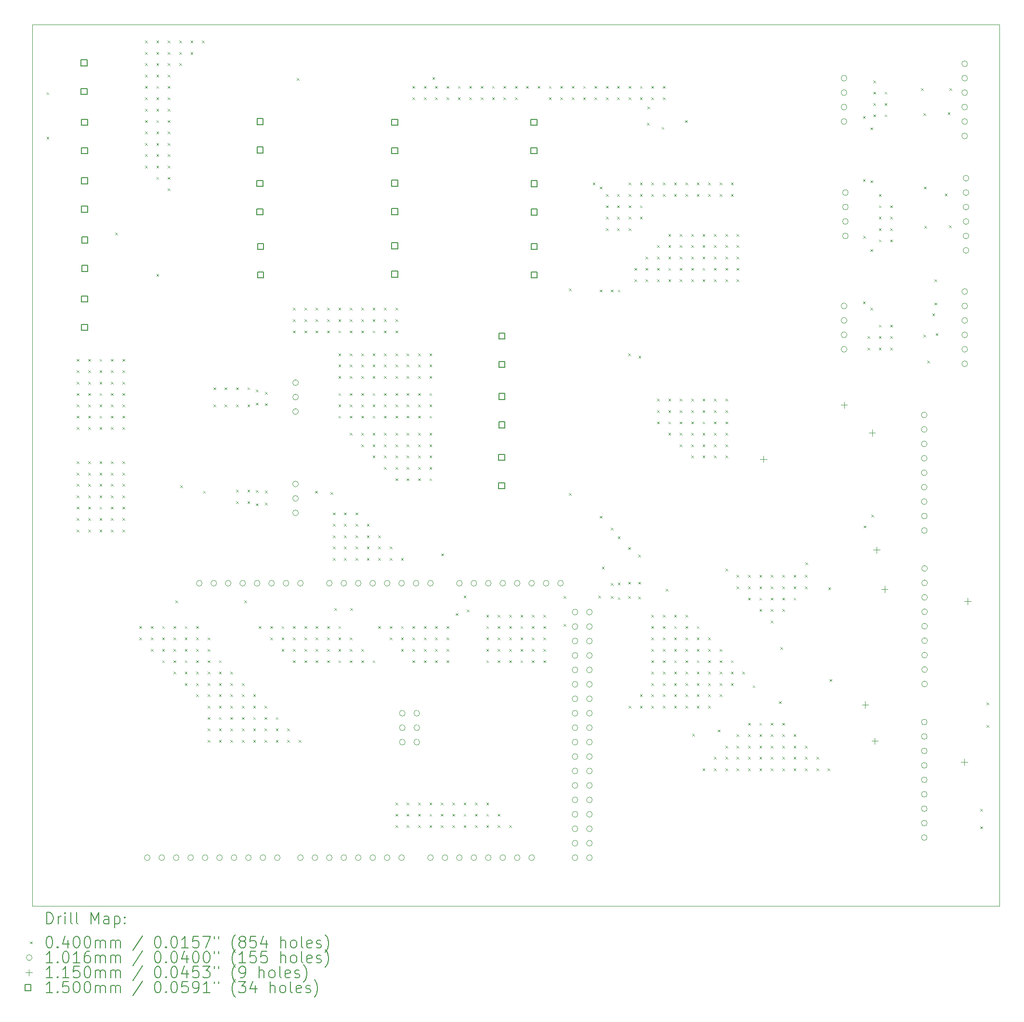
<source format=gbr>
%FSLAX45Y45*%
G04 Gerber Fmt 4.5, Leading zero omitted, Abs format (unit mm)*
G04 Created by KiCad (PCBNEW (6.0.2)) date 2022-05-25 13:29:45*
%MOMM*%
%LPD*%
G01*
G04 APERTURE LIST*
%TA.AperFunction,Profile*%
%ADD10C,0.100000*%
%TD*%
%ADD11C,0.200000*%
%ADD12C,0.040000*%
%ADD13C,0.101600*%
%ADD14C,0.115000*%
%ADD15C,0.150000*%
G04 APERTURE END LIST*
D10*
X2000000Y-2000000D02*
X19000000Y-2000000D01*
X19000000Y-2000000D02*
X19000000Y-17500000D01*
X19000000Y-17500000D02*
X2000000Y-17500000D01*
X2000000Y-17500000D02*
X2000000Y-2000000D01*
D11*
D12*
X2250000Y-3190000D02*
X2290000Y-3230000D01*
X2290000Y-3190000D02*
X2250000Y-3230000D01*
X2250000Y-3970000D02*
X2290000Y-4010000D01*
X2290000Y-3970000D02*
X2250000Y-4010000D01*
X2780000Y-7880000D02*
X2820000Y-7920000D01*
X2820000Y-7880000D02*
X2780000Y-7920000D01*
X2780000Y-8080000D02*
X2820000Y-8120000D01*
X2820000Y-8080000D02*
X2780000Y-8120000D01*
X2780000Y-8280000D02*
X2820000Y-8320000D01*
X2820000Y-8280000D02*
X2780000Y-8320000D01*
X2780000Y-8480000D02*
X2820000Y-8520000D01*
X2820000Y-8480000D02*
X2780000Y-8520000D01*
X2780000Y-8680000D02*
X2820000Y-8720000D01*
X2820000Y-8680000D02*
X2780000Y-8720000D01*
X2780000Y-8880000D02*
X2820000Y-8920000D01*
X2820000Y-8880000D02*
X2780000Y-8920000D01*
X2780000Y-9080000D02*
X2820000Y-9120000D01*
X2820000Y-9080000D02*
X2780000Y-9120000D01*
X2780000Y-9680000D02*
X2820000Y-9720000D01*
X2820000Y-9680000D02*
X2780000Y-9720000D01*
X2780000Y-9880000D02*
X2820000Y-9920000D01*
X2820000Y-9880000D02*
X2780000Y-9920000D01*
X2780000Y-10080000D02*
X2820000Y-10120000D01*
X2820000Y-10080000D02*
X2780000Y-10120000D01*
X2780000Y-10280000D02*
X2820000Y-10320000D01*
X2820000Y-10280000D02*
X2780000Y-10320000D01*
X2780000Y-10480000D02*
X2820000Y-10520000D01*
X2820000Y-10480000D02*
X2780000Y-10520000D01*
X2780000Y-10680000D02*
X2820000Y-10720000D01*
X2820000Y-10680000D02*
X2780000Y-10720000D01*
X2780000Y-10880000D02*
X2820000Y-10920000D01*
X2820000Y-10880000D02*
X2780000Y-10920000D01*
X2980000Y-7880000D02*
X3020000Y-7920000D01*
X3020000Y-7880000D02*
X2980000Y-7920000D01*
X2980000Y-8080000D02*
X3020000Y-8120000D01*
X3020000Y-8080000D02*
X2980000Y-8120000D01*
X2980000Y-8280000D02*
X3020000Y-8320000D01*
X3020000Y-8280000D02*
X2980000Y-8320000D01*
X2980000Y-8480000D02*
X3020000Y-8520000D01*
X3020000Y-8480000D02*
X2980000Y-8520000D01*
X2980000Y-8680000D02*
X3020000Y-8720000D01*
X3020000Y-8680000D02*
X2980000Y-8720000D01*
X2980000Y-8880000D02*
X3020000Y-8920000D01*
X3020000Y-8880000D02*
X2980000Y-8920000D01*
X2980000Y-9080000D02*
X3020000Y-9120000D01*
X3020000Y-9080000D02*
X2980000Y-9120000D01*
X2980000Y-9680000D02*
X3020000Y-9720000D01*
X3020000Y-9680000D02*
X2980000Y-9720000D01*
X2980000Y-9880000D02*
X3020000Y-9920000D01*
X3020000Y-9880000D02*
X2980000Y-9920000D01*
X2980000Y-10080000D02*
X3020000Y-10120000D01*
X3020000Y-10080000D02*
X2980000Y-10120000D01*
X2980000Y-10280000D02*
X3020000Y-10320000D01*
X3020000Y-10280000D02*
X2980000Y-10320000D01*
X2980000Y-10480000D02*
X3020000Y-10520000D01*
X3020000Y-10480000D02*
X2980000Y-10520000D01*
X2980000Y-10680000D02*
X3020000Y-10720000D01*
X3020000Y-10680000D02*
X2980000Y-10720000D01*
X2980000Y-10880000D02*
X3020000Y-10920000D01*
X3020000Y-10880000D02*
X2980000Y-10920000D01*
X3180000Y-7880000D02*
X3220000Y-7920000D01*
X3220000Y-7880000D02*
X3180000Y-7920000D01*
X3180000Y-8080000D02*
X3220000Y-8120000D01*
X3220000Y-8080000D02*
X3180000Y-8120000D01*
X3180000Y-8280000D02*
X3220000Y-8320000D01*
X3220000Y-8280000D02*
X3180000Y-8320000D01*
X3180000Y-8480000D02*
X3220000Y-8520000D01*
X3220000Y-8480000D02*
X3180000Y-8520000D01*
X3180000Y-8680000D02*
X3220000Y-8720000D01*
X3220000Y-8680000D02*
X3180000Y-8720000D01*
X3180000Y-8880000D02*
X3220000Y-8920000D01*
X3220000Y-8880000D02*
X3180000Y-8920000D01*
X3180000Y-9080000D02*
X3220000Y-9120000D01*
X3220000Y-9080000D02*
X3180000Y-9120000D01*
X3180000Y-9680000D02*
X3220000Y-9720000D01*
X3220000Y-9680000D02*
X3180000Y-9720000D01*
X3180000Y-9880000D02*
X3220000Y-9920000D01*
X3220000Y-9880000D02*
X3180000Y-9920000D01*
X3180000Y-10080000D02*
X3220000Y-10120000D01*
X3220000Y-10080000D02*
X3180000Y-10120000D01*
X3180000Y-10280000D02*
X3220000Y-10320000D01*
X3220000Y-10280000D02*
X3180000Y-10320000D01*
X3180000Y-10480000D02*
X3220000Y-10520000D01*
X3220000Y-10480000D02*
X3180000Y-10520000D01*
X3180000Y-10680000D02*
X3220000Y-10720000D01*
X3220000Y-10680000D02*
X3180000Y-10720000D01*
X3180000Y-10880000D02*
X3220000Y-10920000D01*
X3220000Y-10880000D02*
X3180000Y-10920000D01*
X3380000Y-7880000D02*
X3420000Y-7920000D01*
X3420000Y-7880000D02*
X3380000Y-7920000D01*
X3380000Y-8080000D02*
X3420000Y-8120000D01*
X3420000Y-8080000D02*
X3380000Y-8120000D01*
X3380000Y-8280000D02*
X3420000Y-8320000D01*
X3420000Y-8280000D02*
X3380000Y-8320000D01*
X3380000Y-8480000D02*
X3420000Y-8520000D01*
X3420000Y-8480000D02*
X3380000Y-8520000D01*
X3380000Y-8680000D02*
X3420000Y-8720000D01*
X3420000Y-8680000D02*
X3380000Y-8720000D01*
X3380000Y-8880000D02*
X3420000Y-8920000D01*
X3420000Y-8880000D02*
X3380000Y-8920000D01*
X3380000Y-9080000D02*
X3420000Y-9120000D01*
X3420000Y-9080000D02*
X3380000Y-9120000D01*
X3380000Y-9680000D02*
X3420000Y-9720000D01*
X3420000Y-9680000D02*
X3380000Y-9720000D01*
X3380000Y-9880000D02*
X3420000Y-9920000D01*
X3420000Y-9880000D02*
X3380000Y-9920000D01*
X3380000Y-10080000D02*
X3420000Y-10120000D01*
X3420000Y-10080000D02*
X3380000Y-10120000D01*
X3380000Y-10280000D02*
X3420000Y-10320000D01*
X3420000Y-10280000D02*
X3380000Y-10320000D01*
X3380000Y-10480000D02*
X3420000Y-10520000D01*
X3420000Y-10480000D02*
X3380000Y-10520000D01*
X3380000Y-10680000D02*
X3420000Y-10720000D01*
X3420000Y-10680000D02*
X3380000Y-10720000D01*
X3380000Y-10880000D02*
X3420000Y-10920000D01*
X3420000Y-10880000D02*
X3380000Y-10920000D01*
X3453000Y-5658000D02*
X3493000Y-5698000D01*
X3493000Y-5658000D02*
X3453000Y-5698000D01*
X3580000Y-7880000D02*
X3620000Y-7920000D01*
X3620000Y-7880000D02*
X3580000Y-7920000D01*
X3580000Y-8080000D02*
X3620000Y-8120000D01*
X3620000Y-8080000D02*
X3580000Y-8120000D01*
X3580000Y-8280000D02*
X3620000Y-8320000D01*
X3620000Y-8280000D02*
X3580000Y-8320000D01*
X3580000Y-8480000D02*
X3620000Y-8520000D01*
X3620000Y-8480000D02*
X3580000Y-8520000D01*
X3580000Y-8680000D02*
X3620000Y-8720000D01*
X3620000Y-8680000D02*
X3580000Y-8720000D01*
X3580000Y-8880000D02*
X3620000Y-8920000D01*
X3620000Y-8880000D02*
X3580000Y-8920000D01*
X3580000Y-9080000D02*
X3620000Y-9120000D01*
X3620000Y-9080000D02*
X3580000Y-9120000D01*
X3580000Y-9680000D02*
X3620000Y-9720000D01*
X3620000Y-9680000D02*
X3580000Y-9720000D01*
X3580000Y-9880000D02*
X3620000Y-9920000D01*
X3620000Y-9880000D02*
X3580000Y-9920000D01*
X3580000Y-10080000D02*
X3620000Y-10120000D01*
X3620000Y-10080000D02*
X3580000Y-10120000D01*
X3580000Y-10280000D02*
X3620000Y-10320000D01*
X3620000Y-10280000D02*
X3580000Y-10320000D01*
X3580000Y-10480000D02*
X3620000Y-10520000D01*
X3620000Y-10480000D02*
X3580000Y-10520000D01*
X3580000Y-10680000D02*
X3620000Y-10720000D01*
X3620000Y-10680000D02*
X3580000Y-10720000D01*
X3580000Y-10880000D02*
X3620000Y-10920000D01*
X3620000Y-10880000D02*
X3580000Y-10920000D01*
X3880000Y-12580000D02*
X3920000Y-12620000D01*
X3920000Y-12580000D02*
X3880000Y-12620000D01*
X3880000Y-12780000D02*
X3920000Y-12820000D01*
X3920000Y-12780000D02*
X3880000Y-12820000D01*
X3980000Y-2280000D02*
X4020000Y-2320000D01*
X4020000Y-2280000D02*
X3980000Y-2320000D01*
X3980000Y-2480000D02*
X4020000Y-2520000D01*
X4020000Y-2480000D02*
X3980000Y-2520000D01*
X3980000Y-2680000D02*
X4020000Y-2720000D01*
X4020000Y-2680000D02*
X3980000Y-2720000D01*
X3980000Y-2880000D02*
X4020000Y-2920000D01*
X4020000Y-2880000D02*
X3980000Y-2920000D01*
X3980000Y-3080000D02*
X4020000Y-3120000D01*
X4020000Y-3080000D02*
X3980000Y-3120000D01*
X3980000Y-3280000D02*
X4020000Y-3320000D01*
X4020000Y-3280000D02*
X3980000Y-3320000D01*
X3980000Y-3480000D02*
X4020000Y-3520000D01*
X4020000Y-3480000D02*
X3980000Y-3520000D01*
X3980000Y-3680000D02*
X4020000Y-3720000D01*
X4020000Y-3680000D02*
X3980000Y-3720000D01*
X3980000Y-3880000D02*
X4020000Y-3920000D01*
X4020000Y-3880000D02*
X3980000Y-3920000D01*
X3980000Y-4080000D02*
X4020000Y-4120000D01*
X4020000Y-4080000D02*
X3980000Y-4120000D01*
X3980000Y-4280000D02*
X4020000Y-4320000D01*
X4020000Y-4280000D02*
X3980000Y-4320000D01*
X3980000Y-4480000D02*
X4020000Y-4520000D01*
X4020000Y-4480000D02*
X3980000Y-4520000D01*
X4080000Y-12580000D02*
X4120000Y-12620000D01*
X4120000Y-12580000D02*
X4080000Y-12620000D01*
X4080000Y-12780000D02*
X4120000Y-12820000D01*
X4120000Y-12780000D02*
X4080000Y-12820000D01*
X4080000Y-12980000D02*
X4120000Y-13020000D01*
X4120000Y-12980000D02*
X4080000Y-13020000D01*
X4179000Y-6384000D02*
X4219000Y-6424000D01*
X4219000Y-6384000D02*
X4179000Y-6424000D01*
X4180000Y-2280000D02*
X4220000Y-2320000D01*
X4220000Y-2280000D02*
X4180000Y-2320000D01*
X4180000Y-2480000D02*
X4220000Y-2520000D01*
X4220000Y-2480000D02*
X4180000Y-2520000D01*
X4180000Y-2680000D02*
X4220000Y-2720000D01*
X4220000Y-2680000D02*
X4180000Y-2720000D01*
X4180000Y-2880000D02*
X4220000Y-2920000D01*
X4220000Y-2880000D02*
X4180000Y-2920000D01*
X4180000Y-3080000D02*
X4220000Y-3120000D01*
X4220000Y-3080000D02*
X4180000Y-3120000D01*
X4180000Y-3280000D02*
X4220000Y-3320000D01*
X4220000Y-3280000D02*
X4180000Y-3320000D01*
X4180000Y-3480000D02*
X4220000Y-3520000D01*
X4220000Y-3480000D02*
X4180000Y-3520000D01*
X4180000Y-3680000D02*
X4220000Y-3720000D01*
X4220000Y-3680000D02*
X4180000Y-3720000D01*
X4180000Y-3880000D02*
X4220000Y-3920000D01*
X4220000Y-3880000D02*
X4180000Y-3920000D01*
X4180000Y-4080000D02*
X4220000Y-4120000D01*
X4220000Y-4080000D02*
X4180000Y-4120000D01*
X4180000Y-4280000D02*
X4220000Y-4320000D01*
X4220000Y-4280000D02*
X4180000Y-4320000D01*
X4180000Y-4480000D02*
X4220000Y-4520000D01*
X4220000Y-4480000D02*
X4180000Y-4520000D01*
X4180000Y-4680000D02*
X4220000Y-4720000D01*
X4220000Y-4680000D02*
X4180000Y-4720000D01*
X4280000Y-12580000D02*
X4320000Y-12620000D01*
X4320000Y-12580000D02*
X4280000Y-12620000D01*
X4280000Y-12780000D02*
X4320000Y-12820000D01*
X4320000Y-12780000D02*
X4280000Y-12820000D01*
X4280000Y-12980000D02*
X4320000Y-13020000D01*
X4320000Y-12980000D02*
X4280000Y-13020000D01*
X4280000Y-13180000D02*
X4320000Y-13220000D01*
X4320000Y-13180000D02*
X4280000Y-13220000D01*
X4380000Y-2280000D02*
X4420000Y-2320000D01*
X4420000Y-2280000D02*
X4380000Y-2320000D01*
X4380000Y-2480000D02*
X4420000Y-2520000D01*
X4420000Y-2480000D02*
X4380000Y-2520000D01*
X4380000Y-2680000D02*
X4420000Y-2720000D01*
X4420000Y-2680000D02*
X4380000Y-2720000D01*
X4380000Y-2880000D02*
X4420000Y-2920000D01*
X4420000Y-2880000D02*
X4380000Y-2920000D01*
X4380000Y-3080000D02*
X4420000Y-3120000D01*
X4420000Y-3080000D02*
X4380000Y-3120000D01*
X4380000Y-3280000D02*
X4420000Y-3320000D01*
X4420000Y-3280000D02*
X4380000Y-3320000D01*
X4380000Y-3480000D02*
X4420000Y-3520000D01*
X4420000Y-3480000D02*
X4380000Y-3520000D01*
X4380000Y-3680000D02*
X4420000Y-3720000D01*
X4420000Y-3680000D02*
X4380000Y-3720000D01*
X4380000Y-3880000D02*
X4420000Y-3920000D01*
X4420000Y-3880000D02*
X4380000Y-3920000D01*
X4380000Y-4080000D02*
X4420000Y-4120000D01*
X4420000Y-4080000D02*
X4380000Y-4120000D01*
X4380000Y-4280000D02*
X4420000Y-4320000D01*
X4420000Y-4280000D02*
X4380000Y-4320000D01*
X4380000Y-4480000D02*
X4420000Y-4520000D01*
X4420000Y-4480000D02*
X4380000Y-4520000D01*
X4380000Y-4680000D02*
X4420000Y-4720000D01*
X4420000Y-4680000D02*
X4380000Y-4720000D01*
X4380000Y-4880000D02*
X4420000Y-4920000D01*
X4420000Y-4880000D02*
X4380000Y-4920000D01*
X4480000Y-12580000D02*
X4520000Y-12620000D01*
X4520000Y-12580000D02*
X4480000Y-12620000D01*
X4480000Y-12780000D02*
X4520000Y-12820000D01*
X4520000Y-12780000D02*
X4480000Y-12820000D01*
X4480000Y-12980000D02*
X4520000Y-13020000D01*
X4520000Y-12980000D02*
X4480000Y-13020000D01*
X4480000Y-13180000D02*
X4520000Y-13220000D01*
X4520000Y-13180000D02*
X4480000Y-13220000D01*
X4480000Y-13380000D02*
X4520000Y-13420000D01*
X4520000Y-13380000D02*
X4480000Y-13420000D01*
X4514000Y-12123000D02*
X4554000Y-12163000D01*
X4554000Y-12123000D02*
X4514000Y-12163000D01*
X4580000Y-2280000D02*
X4620000Y-2320000D01*
X4620000Y-2280000D02*
X4580000Y-2320000D01*
X4580000Y-2480000D02*
X4620000Y-2520000D01*
X4620000Y-2480000D02*
X4580000Y-2520000D01*
X4580000Y-2680000D02*
X4620000Y-2720000D01*
X4620000Y-2680000D02*
X4580000Y-2720000D01*
X4600000Y-10100000D02*
X4640000Y-10140000D01*
X4640000Y-10100000D02*
X4600000Y-10140000D01*
X4680000Y-12580000D02*
X4720000Y-12620000D01*
X4720000Y-12580000D02*
X4680000Y-12620000D01*
X4680000Y-12780000D02*
X4720000Y-12820000D01*
X4720000Y-12780000D02*
X4680000Y-12820000D01*
X4680000Y-12980000D02*
X4720000Y-13020000D01*
X4720000Y-12980000D02*
X4680000Y-13020000D01*
X4680000Y-13180000D02*
X4720000Y-13220000D01*
X4720000Y-13180000D02*
X4680000Y-13220000D01*
X4680000Y-13380000D02*
X4720000Y-13420000D01*
X4720000Y-13380000D02*
X4680000Y-13420000D01*
X4680000Y-13580000D02*
X4720000Y-13620000D01*
X4720000Y-13580000D02*
X4680000Y-13620000D01*
X4780000Y-2280000D02*
X4820000Y-2320000D01*
X4820000Y-2280000D02*
X4780000Y-2320000D01*
X4780000Y-2480000D02*
X4820000Y-2520000D01*
X4820000Y-2480000D02*
X4780000Y-2520000D01*
X4880000Y-12580000D02*
X4920000Y-12620000D01*
X4920000Y-12580000D02*
X4880000Y-12620000D01*
X4880000Y-12780000D02*
X4920000Y-12820000D01*
X4920000Y-12780000D02*
X4880000Y-12820000D01*
X4880000Y-12980000D02*
X4920000Y-13020000D01*
X4920000Y-12980000D02*
X4880000Y-13020000D01*
X4880000Y-13180000D02*
X4920000Y-13220000D01*
X4920000Y-13180000D02*
X4880000Y-13220000D01*
X4880000Y-13380000D02*
X4920000Y-13420000D01*
X4920000Y-13380000D02*
X4880000Y-13420000D01*
X4880000Y-13580000D02*
X4920000Y-13620000D01*
X4920000Y-13580000D02*
X4880000Y-13620000D01*
X4880000Y-13780000D02*
X4920000Y-13820000D01*
X4920000Y-13780000D02*
X4880000Y-13820000D01*
X4980000Y-2280000D02*
X5020000Y-2320000D01*
X5020000Y-2280000D02*
X4980000Y-2320000D01*
X5000000Y-10200000D02*
X5040000Y-10240000D01*
X5040000Y-10200000D02*
X5000000Y-10240000D01*
X5080000Y-12780000D02*
X5120000Y-12820000D01*
X5120000Y-12780000D02*
X5080000Y-12820000D01*
X5080000Y-12980000D02*
X5120000Y-13020000D01*
X5120000Y-12980000D02*
X5080000Y-13020000D01*
X5080000Y-13180000D02*
X5120000Y-13220000D01*
X5120000Y-13180000D02*
X5080000Y-13220000D01*
X5080000Y-13380000D02*
X5120000Y-13420000D01*
X5120000Y-13380000D02*
X5080000Y-13420000D01*
X5080000Y-13580000D02*
X5120000Y-13620000D01*
X5120000Y-13580000D02*
X5080000Y-13620000D01*
X5080000Y-13780000D02*
X5120000Y-13820000D01*
X5120000Y-13780000D02*
X5080000Y-13820000D01*
X5080000Y-13980000D02*
X5120000Y-14020000D01*
X5120000Y-13980000D02*
X5080000Y-14020000D01*
X5080000Y-14180000D02*
X5120000Y-14220000D01*
X5120000Y-14180000D02*
X5080000Y-14220000D01*
X5080000Y-14380000D02*
X5120000Y-14420000D01*
X5120000Y-14380000D02*
X5080000Y-14420000D01*
X5080000Y-14580000D02*
X5120000Y-14620000D01*
X5120000Y-14580000D02*
X5080000Y-14620000D01*
X5180000Y-8380000D02*
X5220000Y-8420000D01*
X5220000Y-8380000D02*
X5180000Y-8420000D01*
X5180000Y-8680000D02*
X5220000Y-8720000D01*
X5220000Y-8680000D02*
X5180000Y-8720000D01*
X5280000Y-13180000D02*
X5320000Y-13220000D01*
X5320000Y-13180000D02*
X5280000Y-13220000D01*
X5280000Y-13380000D02*
X5320000Y-13420000D01*
X5320000Y-13380000D02*
X5280000Y-13420000D01*
X5280000Y-13580000D02*
X5320000Y-13620000D01*
X5320000Y-13580000D02*
X5280000Y-13620000D01*
X5280000Y-13780000D02*
X5320000Y-13820000D01*
X5320000Y-13780000D02*
X5280000Y-13820000D01*
X5280000Y-13980000D02*
X5320000Y-14020000D01*
X5320000Y-13980000D02*
X5280000Y-14020000D01*
X5280000Y-14180000D02*
X5320000Y-14220000D01*
X5320000Y-14180000D02*
X5280000Y-14220000D01*
X5280000Y-14380000D02*
X5320000Y-14420000D01*
X5320000Y-14380000D02*
X5280000Y-14420000D01*
X5280000Y-14580000D02*
X5320000Y-14620000D01*
X5320000Y-14580000D02*
X5280000Y-14620000D01*
X5380000Y-8380000D02*
X5420000Y-8420000D01*
X5420000Y-8380000D02*
X5380000Y-8420000D01*
X5380000Y-8680000D02*
X5420000Y-8720000D01*
X5420000Y-8680000D02*
X5380000Y-8720000D01*
X5480000Y-13380000D02*
X5520000Y-13420000D01*
X5520000Y-13380000D02*
X5480000Y-13420000D01*
X5480000Y-13580000D02*
X5520000Y-13620000D01*
X5520000Y-13580000D02*
X5480000Y-13620000D01*
X5480000Y-13780000D02*
X5520000Y-13820000D01*
X5520000Y-13780000D02*
X5480000Y-13820000D01*
X5480000Y-13980000D02*
X5520000Y-14020000D01*
X5520000Y-13980000D02*
X5480000Y-14020000D01*
X5480000Y-14180000D02*
X5520000Y-14220000D01*
X5520000Y-14180000D02*
X5480000Y-14220000D01*
X5480000Y-14380000D02*
X5520000Y-14420000D01*
X5520000Y-14380000D02*
X5480000Y-14420000D01*
X5480000Y-14580000D02*
X5520000Y-14620000D01*
X5520000Y-14580000D02*
X5480000Y-14620000D01*
X5580000Y-8380000D02*
X5620000Y-8420000D01*
X5620000Y-8380000D02*
X5580000Y-8420000D01*
X5580000Y-8680000D02*
X5620000Y-8720000D01*
X5620000Y-8680000D02*
X5580000Y-8720000D01*
X5580000Y-10180000D02*
X5620000Y-10220000D01*
X5620000Y-10180000D02*
X5580000Y-10220000D01*
X5580000Y-10380000D02*
X5620000Y-10420000D01*
X5620000Y-10380000D02*
X5580000Y-10420000D01*
X5680000Y-13580000D02*
X5720000Y-13620000D01*
X5720000Y-13580000D02*
X5680000Y-13620000D01*
X5680000Y-13780000D02*
X5720000Y-13820000D01*
X5720000Y-13780000D02*
X5680000Y-13820000D01*
X5680000Y-13980000D02*
X5720000Y-14020000D01*
X5720000Y-13980000D02*
X5680000Y-14020000D01*
X5680000Y-14180000D02*
X5720000Y-14220000D01*
X5720000Y-14180000D02*
X5680000Y-14220000D01*
X5680000Y-14380000D02*
X5720000Y-14420000D01*
X5720000Y-14380000D02*
X5680000Y-14420000D01*
X5680000Y-14580000D02*
X5720000Y-14620000D01*
X5720000Y-14580000D02*
X5680000Y-14620000D01*
X5727000Y-12123000D02*
X5767000Y-12163000D01*
X5767000Y-12123000D02*
X5727000Y-12163000D01*
X5780000Y-8380000D02*
X5820000Y-8420000D01*
X5820000Y-8380000D02*
X5780000Y-8420000D01*
X5780000Y-8680000D02*
X5820000Y-8720000D01*
X5820000Y-8680000D02*
X5780000Y-8720000D01*
X5780000Y-10180000D02*
X5820000Y-10220000D01*
X5820000Y-10180000D02*
X5780000Y-10220000D01*
X5780000Y-10380000D02*
X5820000Y-10420000D01*
X5820000Y-10380000D02*
X5780000Y-10420000D01*
X5880000Y-13780000D02*
X5920000Y-13820000D01*
X5920000Y-13780000D02*
X5880000Y-13820000D01*
X5880000Y-13980000D02*
X5920000Y-14020000D01*
X5920000Y-13980000D02*
X5880000Y-14020000D01*
X5880000Y-14180000D02*
X5920000Y-14220000D01*
X5920000Y-14180000D02*
X5880000Y-14220000D01*
X5880000Y-14380000D02*
X5920000Y-14420000D01*
X5920000Y-14380000D02*
X5880000Y-14420000D01*
X5880000Y-14580000D02*
X5920000Y-14620000D01*
X5920000Y-14580000D02*
X5880000Y-14620000D01*
X5930000Y-8420000D02*
X5970000Y-8460000D01*
X5970000Y-8420000D02*
X5930000Y-8460000D01*
X5930000Y-8650000D02*
X5970000Y-8690000D01*
X5970000Y-8650000D02*
X5930000Y-8690000D01*
X5930000Y-10190000D02*
X5970000Y-10230000D01*
X5970000Y-10190000D02*
X5930000Y-10230000D01*
X5930000Y-10420000D02*
X5970000Y-10460000D01*
X5970000Y-10420000D02*
X5930000Y-10460000D01*
X5980000Y-12580000D02*
X6020000Y-12620000D01*
X6020000Y-12580000D02*
X5980000Y-12620000D01*
X6080000Y-13980000D02*
X6120000Y-14020000D01*
X6120000Y-13980000D02*
X6080000Y-14020000D01*
X6080000Y-14180000D02*
X6120000Y-14220000D01*
X6120000Y-14180000D02*
X6080000Y-14220000D01*
X6080000Y-14380000D02*
X6120000Y-14420000D01*
X6120000Y-14380000D02*
X6080000Y-14420000D01*
X6080000Y-14580000D02*
X6120000Y-14620000D01*
X6120000Y-14580000D02*
X6080000Y-14620000D01*
X6090000Y-8462550D02*
X6130000Y-8502550D01*
X6130000Y-8462550D02*
X6090000Y-8502550D01*
X6090000Y-8660000D02*
X6130000Y-8700000D01*
X6130000Y-8660000D02*
X6090000Y-8700000D01*
X6090000Y-10198550D02*
X6130000Y-10238550D01*
X6130000Y-10198550D02*
X6090000Y-10238550D01*
X6090000Y-10410000D02*
X6130000Y-10450000D01*
X6130000Y-10410000D02*
X6090000Y-10450000D01*
X6180000Y-12580000D02*
X6220000Y-12620000D01*
X6220000Y-12580000D02*
X6180000Y-12620000D01*
X6180000Y-12780000D02*
X6220000Y-12820000D01*
X6220000Y-12780000D02*
X6180000Y-12820000D01*
X6280000Y-14180000D02*
X6320000Y-14220000D01*
X6320000Y-14180000D02*
X6280000Y-14220000D01*
X6280000Y-14380000D02*
X6320000Y-14420000D01*
X6320000Y-14380000D02*
X6280000Y-14420000D01*
X6280000Y-14580000D02*
X6320000Y-14620000D01*
X6320000Y-14580000D02*
X6280000Y-14620000D01*
X6380000Y-12580000D02*
X6420000Y-12620000D01*
X6420000Y-12580000D02*
X6380000Y-12620000D01*
X6380000Y-12780000D02*
X6420000Y-12820000D01*
X6420000Y-12780000D02*
X6380000Y-12820000D01*
X6380000Y-12980000D02*
X6420000Y-13020000D01*
X6420000Y-12980000D02*
X6380000Y-13020000D01*
X6480000Y-14380000D02*
X6520000Y-14420000D01*
X6520000Y-14380000D02*
X6480000Y-14420000D01*
X6480000Y-14580000D02*
X6520000Y-14620000D01*
X6520000Y-14580000D02*
X6480000Y-14620000D01*
X6580000Y-6980000D02*
X6620000Y-7020000D01*
X6620000Y-6980000D02*
X6580000Y-7020000D01*
X6580000Y-7180000D02*
X6620000Y-7220000D01*
X6620000Y-7180000D02*
X6580000Y-7220000D01*
X6580000Y-7380000D02*
X6620000Y-7420000D01*
X6620000Y-7380000D02*
X6580000Y-7420000D01*
X6580000Y-12580000D02*
X6620000Y-12620000D01*
X6620000Y-12580000D02*
X6580000Y-12620000D01*
X6580000Y-12780000D02*
X6620000Y-12820000D01*
X6620000Y-12780000D02*
X6580000Y-12820000D01*
X6580000Y-12980000D02*
X6620000Y-13020000D01*
X6620000Y-12980000D02*
X6580000Y-13020000D01*
X6580000Y-13180000D02*
X6620000Y-13220000D01*
X6620000Y-13180000D02*
X6580000Y-13220000D01*
X6650000Y-2940000D02*
X6690000Y-2980000D01*
X6690000Y-2940000D02*
X6650000Y-2980000D01*
X6680000Y-14580000D02*
X6720000Y-14620000D01*
X6720000Y-14580000D02*
X6680000Y-14620000D01*
X6780000Y-6980000D02*
X6820000Y-7020000D01*
X6820000Y-6980000D02*
X6780000Y-7020000D01*
X6780000Y-7180000D02*
X6820000Y-7220000D01*
X6820000Y-7180000D02*
X6780000Y-7220000D01*
X6780000Y-7380000D02*
X6820000Y-7420000D01*
X6820000Y-7380000D02*
X6780000Y-7420000D01*
X6780000Y-12580000D02*
X6820000Y-12620000D01*
X6820000Y-12580000D02*
X6780000Y-12620000D01*
X6780000Y-12780000D02*
X6820000Y-12820000D01*
X6820000Y-12780000D02*
X6780000Y-12820000D01*
X6780000Y-12980000D02*
X6820000Y-13020000D01*
X6820000Y-12980000D02*
X6780000Y-13020000D01*
X6780000Y-13180000D02*
X6820000Y-13220000D01*
X6820000Y-13180000D02*
X6780000Y-13220000D01*
X6967550Y-10200000D02*
X7007550Y-10240000D01*
X7007550Y-10200000D02*
X6967550Y-10240000D01*
X6980000Y-6980000D02*
X7020000Y-7020000D01*
X7020000Y-6980000D02*
X6980000Y-7020000D01*
X6980000Y-7180000D02*
X7020000Y-7220000D01*
X7020000Y-7180000D02*
X6980000Y-7220000D01*
X6980000Y-7380000D02*
X7020000Y-7420000D01*
X7020000Y-7380000D02*
X6980000Y-7420000D01*
X6980000Y-12580000D02*
X7020000Y-12620000D01*
X7020000Y-12580000D02*
X6980000Y-12620000D01*
X6980000Y-12780000D02*
X7020000Y-12820000D01*
X7020000Y-12780000D02*
X6980000Y-12820000D01*
X6980000Y-12980000D02*
X7020000Y-13020000D01*
X7020000Y-12980000D02*
X6980000Y-13020000D01*
X6980000Y-13180000D02*
X7020000Y-13220000D01*
X7020000Y-13180000D02*
X6980000Y-13220000D01*
X7180000Y-6980000D02*
X7220000Y-7020000D01*
X7220000Y-6980000D02*
X7180000Y-7020000D01*
X7180000Y-7180000D02*
X7220000Y-7220000D01*
X7220000Y-7180000D02*
X7180000Y-7220000D01*
X7180000Y-7380000D02*
X7220000Y-7420000D01*
X7220000Y-7380000D02*
X7180000Y-7420000D01*
X7180000Y-12580000D02*
X7220000Y-12620000D01*
X7220000Y-12580000D02*
X7180000Y-12620000D01*
X7180000Y-12780000D02*
X7220000Y-12820000D01*
X7220000Y-12780000D02*
X7180000Y-12820000D01*
X7180000Y-12980000D02*
X7220000Y-13020000D01*
X7220000Y-12980000D02*
X7180000Y-13020000D01*
X7180000Y-13180000D02*
X7220000Y-13220000D01*
X7220000Y-13180000D02*
X7180000Y-13220000D01*
X7240000Y-10220000D02*
X7280000Y-10260000D01*
X7280000Y-10220000D02*
X7240000Y-10260000D01*
X7280000Y-10580000D02*
X7320000Y-10620000D01*
X7320000Y-10580000D02*
X7280000Y-10620000D01*
X7280000Y-10780000D02*
X7320000Y-10820000D01*
X7320000Y-10780000D02*
X7280000Y-10820000D01*
X7280000Y-10980000D02*
X7320000Y-11020000D01*
X7320000Y-10980000D02*
X7280000Y-11020000D01*
X7280000Y-11180000D02*
X7320000Y-11220000D01*
X7320000Y-11180000D02*
X7280000Y-11220000D01*
X7280000Y-11380000D02*
X7320000Y-11420000D01*
X7320000Y-11380000D02*
X7280000Y-11420000D01*
X7310000Y-12260000D02*
X7350000Y-12300000D01*
X7350000Y-12260000D02*
X7310000Y-12300000D01*
X7380000Y-6980000D02*
X7420000Y-7020000D01*
X7420000Y-6980000D02*
X7380000Y-7020000D01*
X7380000Y-7180000D02*
X7420000Y-7220000D01*
X7420000Y-7180000D02*
X7380000Y-7220000D01*
X7380000Y-7380000D02*
X7420000Y-7420000D01*
X7420000Y-7380000D02*
X7380000Y-7420000D01*
X7380000Y-7780000D02*
X7420000Y-7820000D01*
X7420000Y-7780000D02*
X7380000Y-7820000D01*
X7380000Y-7980000D02*
X7420000Y-8020000D01*
X7420000Y-7980000D02*
X7380000Y-8020000D01*
X7380000Y-8180000D02*
X7420000Y-8220000D01*
X7420000Y-8180000D02*
X7380000Y-8220000D01*
X7380000Y-8480000D02*
X7420000Y-8520000D01*
X7420000Y-8480000D02*
X7380000Y-8520000D01*
X7380000Y-8680000D02*
X7420000Y-8720000D01*
X7420000Y-8680000D02*
X7380000Y-8720000D01*
X7380000Y-8880000D02*
X7420000Y-8920000D01*
X7420000Y-8880000D02*
X7380000Y-8920000D01*
X7380000Y-12580000D02*
X7420000Y-12620000D01*
X7420000Y-12580000D02*
X7380000Y-12620000D01*
X7380000Y-12780000D02*
X7420000Y-12820000D01*
X7420000Y-12780000D02*
X7380000Y-12820000D01*
X7380000Y-12980000D02*
X7420000Y-13020000D01*
X7420000Y-12980000D02*
X7380000Y-13020000D01*
X7380000Y-13180000D02*
X7420000Y-13220000D01*
X7420000Y-13180000D02*
X7380000Y-13220000D01*
X7480000Y-10580000D02*
X7520000Y-10620000D01*
X7520000Y-10580000D02*
X7480000Y-10620000D01*
X7480000Y-10780000D02*
X7520000Y-10820000D01*
X7520000Y-10780000D02*
X7480000Y-10820000D01*
X7480000Y-10980000D02*
X7520000Y-11020000D01*
X7520000Y-10980000D02*
X7480000Y-11020000D01*
X7480000Y-11180000D02*
X7520000Y-11220000D01*
X7520000Y-11180000D02*
X7480000Y-11220000D01*
X7480000Y-11380000D02*
X7520000Y-11420000D01*
X7520000Y-11380000D02*
X7480000Y-11420000D01*
X7580000Y-6980000D02*
X7620000Y-7020000D01*
X7620000Y-6980000D02*
X7580000Y-7020000D01*
X7580000Y-7180000D02*
X7620000Y-7220000D01*
X7620000Y-7180000D02*
X7580000Y-7220000D01*
X7580000Y-7380000D02*
X7620000Y-7420000D01*
X7620000Y-7380000D02*
X7580000Y-7420000D01*
X7580000Y-7780000D02*
X7620000Y-7820000D01*
X7620000Y-7780000D02*
X7580000Y-7820000D01*
X7580000Y-7980000D02*
X7620000Y-8020000D01*
X7620000Y-7980000D02*
X7580000Y-8020000D01*
X7580000Y-8180000D02*
X7620000Y-8220000D01*
X7620000Y-8180000D02*
X7580000Y-8220000D01*
X7580000Y-8480000D02*
X7620000Y-8520000D01*
X7620000Y-8480000D02*
X7580000Y-8520000D01*
X7580000Y-8680000D02*
X7620000Y-8720000D01*
X7620000Y-8680000D02*
X7580000Y-8720000D01*
X7580000Y-8880000D02*
X7620000Y-8920000D01*
X7620000Y-8880000D02*
X7580000Y-8920000D01*
X7580000Y-9180000D02*
X7620000Y-9220000D01*
X7620000Y-9180000D02*
X7580000Y-9220000D01*
X7580000Y-12780000D02*
X7620000Y-12820000D01*
X7620000Y-12780000D02*
X7580000Y-12820000D01*
X7580000Y-12980000D02*
X7620000Y-13020000D01*
X7620000Y-12980000D02*
X7580000Y-13020000D01*
X7580000Y-13180000D02*
X7620000Y-13220000D01*
X7620000Y-13180000D02*
X7580000Y-13220000D01*
X7590000Y-12260000D02*
X7630000Y-12300000D01*
X7630000Y-12260000D02*
X7590000Y-12300000D01*
X7680000Y-10580000D02*
X7720000Y-10620000D01*
X7720000Y-10580000D02*
X7680000Y-10620000D01*
X7680000Y-10780000D02*
X7720000Y-10820000D01*
X7720000Y-10780000D02*
X7680000Y-10820000D01*
X7680000Y-10980000D02*
X7720000Y-11020000D01*
X7720000Y-10980000D02*
X7680000Y-11020000D01*
X7680000Y-11180000D02*
X7720000Y-11220000D01*
X7720000Y-11180000D02*
X7680000Y-11220000D01*
X7680000Y-11380000D02*
X7720000Y-11420000D01*
X7720000Y-11380000D02*
X7680000Y-11420000D01*
X7780000Y-6980000D02*
X7820000Y-7020000D01*
X7820000Y-6980000D02*
X7780000Y-7020000D01*
X7780000Y-7180000D02*
X7820000Y-7220000D01*
X7820000Y-7180000D02*
X7780000Y-7220000D01*
X7780000Y-7380000D02*
X7820000Y-7420000D01*
X7820000Y-7380000D02*
X7780000Y-7420000D01*
X7780000Y-7780000D02*
X7820000Y-7820000D01*
X7820000Y-7780000D02*
X7780000Y-7820000D01*
X7780000Y-7980000D02*
X7820000Y-8020000D01*
X7820000Y-7980000D02*
X7780000Y-8020000D01*
X7780000Y-8180000D02*
X7820000Y-8220000D01*
X7820000Y-8180000D02*
X7780000Y-8220000D01*
X7780000Y-8480000D02*
X7820000Y-8520000D01*
X7820000Y-8480000D02*
X7780000Y-8520000D01*
X7780000Y-8680000D02*
X7820000Y-8720000D01*
X7820000Y-8680000D02*
X7780000Y-8720000D01*
X7780000Y-8880000D02*
X7820000Y-8920000D01*
X7820000Y-8880000D02*
X7780000Y-8920000D01*
X7780000Y-9180000D02*
X7820000Y-9220000D01*
X7820000Y-9180000D02*
X7780000Y-9220000D01*
X7780000Y-9380000D02*
X7820000Y-9420000D01*
X7820000Y-9380000D02*
X7780000Y-9420000D01*
X7780000Y-12980000D02*
X7820000Y-13020000D01*
X7820000Y-12980000D02*
X7780000Y-13020000D01*
X7780000Y-13180000D02*
X7820000Y-13220000D01*
X7820000Y-13180000D02*
X7780000Y-13220000D01*
X7880000Y-10780000D02*
X7920000Y-10820000D01*
X7920000Y-10780000D02*
X7880000Y-10820000D01*
X7880000Y-10980000D02*
X7920000Y-11020000D01*
X7920000Y-10980000D02*
X7880000Y-11020000D01*
X7880000Y-11180000D02*
X7920000Y-11220000D01*
X7920000Y-11180000D02*
X7880000Y-11220000D01*
X7880000Y-11380000D02*
X7920000Y-11420000D01*
X7920000Y-11380000D02*
X7880000Y-11420000D01*
X7980000Y-6980000D02*
X8020000Y-7020000D01*
X8020000Y-6980000D02*
X7980000Y-7020000D01*
X7980000Y-7180000D02*
X8020000Y-7220000D01*
X8020000Y-7180000D02*
X7980000Y-7220000D01*
X7980000Y-7380000D02*
X8020000Y-7420000D01*
X8020000Y-7380000D02*
X7980000Y-7420000D01*
X7980000Y-7780000D02*
X8020000Y-7820000D01*
X8020000Y-7780000D02*
X7980000Y-7820000D01*
X7980000Y-7980000D02*
X8020000Y-8020000D01*
X8020000Y-7980000D02*
X7980000Y-8020000D01*
X7980000Y-8180000D02*
X8020000Y-8220000D01*
X8020000Y-8180000D02*
X7980000Y-8220000D01*
X7980000Y-8480000D02*
X8020000Y-8520000D01*
X8020000Y-8480000D02*
X7980000Y-8520000D01*
X7980000Y-8680000D02*
X8020000Y-8720000D01*
X8020000Y-8680000D02*
X7980000Y-8720000D01*
X7980000Y-8880000D02*
X8020000Y-8920000D01*
X8020000Y-8880000D02*
X7980000Y-8920000D01*
X7980000Y-9180000D02*
X8020000Y-9220000D01*
X8020000Y-9180000D02*
X7980000Y-9220000D01*
X7980000Y-9380000D02*
X8020000Y-9420000D01*
X8020000Y-9380000D02*
X7980000Y-9420000D01*
X7980000Y-9580000D02*
X8020000Y-9620000D01*
X8020000Y-9580000D02*
X7980000Y-9620000D01*
X7980000Y-13180000D02*
X8020000Y-13220000D01*
X8020000Y-13180000D02*
X7980000Y-13220000D01*
X8080000Y-10980000D02*
X8120000Y-11020000D01*
X8120000Y-10980000D02*
X8080000Y-11020000D01*
X8080000Y-11180000D02*
X8120000Y-11220000D01*
X8120000Y-11180000D02*
X8080000Y-11220000D01*
X8080000Y-11380000D02*
X8120000Y-11420000D01*
X8120000Y-11380000D02*
X8080000Y-11420000D01*
X8080000Y-12580000D02*
X8120000Y-12620000D01*
X8120000Y-12580000D02*
X8080000Y-12620000D01*
X8180000Y-6980000D02*
X8220000Y-7020000D01*
X8220000Y-6980000D02*
X8180000Y-7020000D01*
X8180000Y-7180000D02*
X8220000Y-7220000D01*
X8220000Y-7180000D02*
X8180000Y-7220000D01*
X8180000Y-7380000D02*
X8220000Y-7420000D01*
X8220000Y-7380000D02*
X8180000Y-7420000D01*
X8180000Y-7780000D02*
X8220000Y-7820000D01*
X8220000Y-7780000D02*
X8180000Y-7820000D01*
X8180000Y-7980000D02*
X8220000Y-8020000D01*
X8220000Y-7980000D02*
X8180000Y-8020000D01*
X8180000Y-8180000D02*
X8220000Y-8220000D01*
X8220000Y-8180000D02*
X8180000Y-8220000D01*
X8180000Y-8480000D02*
X8220000Y-8520000D01*
X8220000Y-8480000D02*
X8180000Y-8520000D01*
X8180000Y-8680000D02*
X8220000Y-8720000D01*
X8220000Y-8680000D02*
X8180000Y-8720000D01*
X8180000Y-8880000D02*
X8220000Y-8920000D01*
X8220000Y-8880000D02*
X8180000Y-8920000D01*
X8180000Y-9180000D02*
X8220000Y-9220000D01*
X8220000Y-9180000D02*
X8180000Y-9220000D01*
X8180000Y-9380000D02*
X8220000Y-9420000D01*
X8220000Y-9380000D02*
X8180000Y-9420000D01*
X8180000Y-9580000D02*
X8220000Y-9620000D01*
X8220000Y-9580000D02*
X8180000Y-9620000D01*
X8180000Y-9780000D02*
X8220000Y-9820000D01*
X8220000Y-9780000D02*
X8180000Y-9820000D01*
X8280000Y-11180000D02*
X8320000Y-11220000D01*
X8320000Y-11180000D02*
X8280000Y-11220000D01*
X8280000Y-11380000D02*
X8320000Y-11420000D01*
X8320000Y-11380000D02*
X8280000Y-11420000D01*
X8280000Y-12580000D02*
X8320000Y-12620000D01*
X8320000Y-12580000D02*
X8280000Y-12620000D01*
X8280000Y-12780000D02*
X8320000Y-12820000D01*
X8320000Y-12780000D02*
X8280000Y-12820000D01*
X8380000Y-6980000D02*
X8420000Y-7020000D01*
X8420000Y-6980000D02*
X8380000Y-7020000D01*
X8380000Y-7180000D02*
X8420000Y-7220000D01*
X8420000Y-7180000D02*
X8380000Y-7220000D01*
X8380000Y-7380000D02*
X8420000Y-7420000D01*
X8420000Y-7380000D02*
X8380000Y-7420000D01*
X8380000Y-7780000D02*
X8420000Y-7820000D01*
X8420000Y-7780000D02*
X8380000Y-7820000D01*
X8380000Y-7980000D02*
X8420000Y-8020000D01*
X8420000Y-7980000D02*
X8380000Y-8020000D01*
X8380000Y-8180000D02*
X8420000Y-8220000D01*
X8420000Y-8180000D02*
X8380000Y-8220000D01*
X8380000Y-8480000D02*
X8420000Y-8520000D01*
X8420000Y-8480000D02*
X8380000Y-8520000D01*
X8380000Y-8680000D02*
X8420000Y-8720000D01*
X8420000Y-8680000D02*
X8380000Y-8720000D01*
X8380000Y-8880000D02*
X8420000Y-8920000D01*
X8420000Y-8880000D02*
X8380000Y-8920000D01*
X8380000Y-9180000D02*
X8420000Y-9220000D01*
X8420000Y-9180000D02*
X8380000Y-9220000D01*
X8380000Y-9380000D02*
X8420000Y-9420000D01*
X8420000Y-9380000D02*
X8380000Y-9420000D01*
X8380000Y-9580000D02*
X8420000Y-9620000D01*
X8420000Y-9580000D02*
X8380000Y-9620000D01*
X8380000Y-9780000D02*
X8420000Y-9820000D01*
X8420000Y-9780000D02*
X8380000Y-9820000D01*
X8380000Y-9980000D02*
X8420000Y-10020000D01*
X8420000Y-9980000D02*
X8380000Y-10020000D01*
X8380000Y-15680000D02*
X8420000Y-15720000D01*
X8420000Y-15680000D02*
X8380000Y-15720000D01*
X8380000Y-15880000D02*
X8420000Y-15920000D01*
X8420000Y-15880000D02*
X8380000Y-15920000D01*
X8380000Y-16080000D02*
X8420000Y-16120000D01*
X8420000Y-16080000D02*
X8380000Y-16120000D01*
X8480000Y-11380000D02*
X8520000Y-11420000D01*
X8520000Y-11380000D02*
X8480000Y-11420000D01*
X8480000Y-12580000D02*
X8520000Y-12620000D01*
X8520000Y-12580000D02*
X8480000Y-12620000D01*
X8480000Y-12780000D02*
X8520000Y-12820000D01*
X8520000Y-12780000D02*
X8480000Y-12820000D01*
X8480000Y-12980000D02*
X8520000Y-13020000D01*
X8520000Y-12980000D02*
X8480000Y-13020000D01*
X8580000Y-7780000D02*
X8620000Y-7820000D01*
X8620000Y-7780000D02*
X8580000Y-7820000D01*
X8580000Y-7980000D02*
X8620000Y-8020000D01*
X8620000Y-7980000D02*
X8580000Y-8020000D01*
X8580000Y-8180000D02*
X8620000Y-8220000D01*
X8620000Y-8180000D02*
X8580000Y-8220000D01*
X8580000Y-8480000D02*
X8620000Y-8520000D01*
X8620000Y-8480000D02*
X8580000Y-8520000D01*
X8580000Y-8680000D02*
X8620000Y-8720000D01*
X8620000Y-8680000D02*
X8580000Y-8720000D01*
X8580000Y-8880000D02*
X8620000Y-8920000D01*
X8620000Y-8880000D02*
X8580000Y-8920000D01*
X8580000Y-9180000D02*
X8620000Y-9220000D01*
X8620000Y-9180000D02*
X8580000Y-9220000D01*
X8580000Y-9380000D02*
X8620000Y-9420000D01*
X8620000Y-9380000D02*
X8580000Y-9420000D01*
X8580000Y-9580000D02*
X8620000Y-9620000D01*
X8620000Y-9580000D02*
X8580000Y-9620000D01*
X8580000Y-9780000D02*
X8620000Y-9820000D01*
X8620000Y-9780000D02*
X8580000Y-9820000D01*
X8580000Y-9980000D02*
X8620000Y-10020000D01*
X8620000Y-9980000D02*
X8580000Y-10020000D01*
X8580000Y-15680000D02*
X8620000Y-15720000D01*
X8620000Y-15680000D02*
X8580000Y-15720000D01*
X8580000Y-15880000D02*
X8620000Y-15920000D01*
X8620000Y-15880000D02*
X8580000Y-15920000D01*
X8580000Y-16080000D02*
X8620000Y-16120000D01*
X8620000Y-16080000D02*
X8580000Y-16120000D01*
X8680000Y-3080000D02*
X8720000Y-3120000D01*
X8720000Y-3080000D02*
X8680000Y-3120000D01*
X8680000Y-3280000D02*
X8720000Y-3320000D01*
X8720000Y-3280000D02*
X8680000Y-3320000D01*
X8680000Y-12580000D02*
X8720000Y-12620000D01*
X8720000Y-12580000D02*
X8680000Y-12620000D01*
X8680000Y-12780000D02*
X8720000Y-12820000D01*
X8720000Y-12780000D02*
X8680000Y-12820000D01*
X8680000Y-12980000D02*
X8720000Y-13020000D01*
X8720000Y-12980000D02*
X8680000Y-13020000D01*
X8680000Y-13180000D02*
X8720000Y-13220000D01*
X8720000Y-13180000D02*
X8680000Y-13220000D01*
X8780000Y-7780000D02*
X8820000Y-7820000D01*
X8820000Y-7780000D02*
X8780000Y-7820000D01*
X8780000Y-7980000D02*
X8820000Y-8020000D01*
X8820000Y-7980000D02*
X8780000Y-8020000D01*
X8780000Y-8180000D02*
X8820000Y-8220000D01*
X8820000Y-8180000D02*
X8780000Y-8220000D01*
X8780000Y-8480000D02*
X8820000Y-8520000D01*
X8820000Y-8480000D02*
X8780000Y-8520000D01*
X8780000Y-8680000D02*
X8820000Y-8720000D01*
X8820000Y-8680000D02*
X8780000Y-8720000D01*
X8780000Y-8880000D02*
X8820000Y-8920000D01*
X8820000Y-8880000D02*
X8780000Y-8920000D01*
X8780000Y-9180000D02*
X8820000Y-9220000D01*
X8820000Y-9180000D02*
X8780000Y-9220000D01*
X8780000Y-9380000D02*
X8820000Y-9420000D01*
X8820000Y-9380000D02*
X8780000Y-9420000D01*
X8780000Y-9580000D02*
X8820000Y-9620000D01*
X8820000Y-9580000D02*
X8780000Y-9620000D01*
X8780000Y-9780000D02*
X8820000Y-9820000D01*
X8820000Y-9780000D02*
X8780000Y-9820000D01*
X8780000Y-9980000D02*
X8820000Y-10020000D01*
X8820000Y-9980000D02*
X8780000Y-10020000D01*
X8780000Y-15680000D02*
X8820000Y-15720000D01*
X8820000Y-15680000D02*
X8780000Y-15720000D01*
X8780000Y-15880000D02*
X8820000Y-15920000D01*
X8820000Y-15880000D02*
X8780000Y-15920000D01*
X8780000Y-16080000D02*
X8820000Y-16120000D01*
X8820000Y-16080000D02*
X8780000Y-16120000D01*
X8880000Y-3080000D02*
X8920000Y-3120000D01*
X8920000Y-3080000D02*
X8880000Y-3120000D01*
X8880000Y-3280000D02*
X8920000Y-3320000D01*
X8920000Y-3280000D02*
X8880000Y-3320000D01*
X8880000Y-12580000D02*
X8920000Y-12620000D01*
X8920000Y-12580000D02*
X8880000Y-12620000D01*
X8880000Y-12780000D02*
X8920000Y-12820000D01*
X8920000Y-12780000D02*
X8880000Y-12820000D01*
X8880000Y-12980000D02*
X8920000Y-13020000D01*
X8920000Y-12980000D02*
X8880000Y-13020000D01*
X8880000Y-13180000D02*
X8920000Y-13220000D01*
X8920000Y-13180000D02*
X8880000Y-13220000D01*
X8980000Y-7780000D02*
X9020000Y-7820000D01*
X9020000Y-7780000D02*
X8980000Y-7820000D01*
X8980000Y-7980000D02*
X9020000Y-8020000D01*
X9020000Y-7980000D02*
X8980000Y-8020000D01*
X8980000Y-8180000D02*
X9020000Y-8220000D01*
X9020000Y-8180000D02*
X8980000Y-8220000D01*
X8980000Y-8480000D02*
X9020000Y-8520000D01*
X9020000Y-8480000D02*
X8980000Y-8520000D01*
X8980000Y-8680000D02*
X9020000Y-8720000D01*
X9020000Y-8680000D02*
X8980000Y-8720000D01*
X8980000Y-8880000D02*
X9020000Y-8920000D01*
X9020000Y-8880000D02*
X8980000Y-8920000D01*
X8980000Y-9180000D02*
X9020000Y-9220000D01*
X9020000Y-9180000D02*
X8980000Y-9220000D01*
X8980000Y-9380000D02*
X9020000Y-9420000D01*
X9020000Y-9380000D02*
X8980000Y-9420000D01*
X8980000Y-9580000D02*
X9020000Y-9620000D01*
X9020000Y-9580000D02*
X8980000Y-9620000D01*
X8980000Y-9780000D02*
X9020000Y-9820000D01*
X9020000Y-9780000D02*
X8980000Y-9820000D01*
X8980000Y-9980000D02*
X9020000Y-10020000D01*
X9020000Y-9980000D02*
X8980000Y-10020000D01*
X8980000Y-15680000D02*
X9020000Y-15720000D01*
X9020000Y-15680000D02*
X8980000Y-15720000D01*
X8980000Y-15880000D02*
X9020000Y-15920000D01*
X9020000Y-15880000D02*
X8980000Y-15920000D01*
X8980000Y-16080000D02*
X9020000Y-16120000D01*
X9020000Y-16080000D02*
X8980000Y-16120000D01*
X9030000Y-2920000D02*
X9070000Y-2960000D01*
X9070000Y-2920000D02*
X9030000Y-2960000D01*
X9080000Y-3080000D02*
X9120000Y-3120000D01*
X9120000Y-3080000D02*
X9080000Y-3120000D01*
X9080000Y-3280000D02*
X9120000Y-3320000D01*
X9120000Y-3280000D02*
X9080000Y-3320000D01*
X9080000Y-12580000D02*
X9120000Y-12620000D01*
X9120000Y-12580000D02*
X9080000Y-12620000D01*
X9080000Y-12780000D02*
X9120000Y-12820000D01*
X9120000Y-12780000D02*
X9080000Y-12820000D01*
X9080000Y-12980000D02*
X9120000Y-13020000D01*
X9120000Y-12980000D02*
X9080000Y-13020000D01*
X9080000Y-13180000D02*
X9120000Y-13220000D01*
X9120000Y-13180000D02*
X9080000Y-13220000D01*
X9180000Y-15680000D02*
X9220000Y-15720000D01*
X9220000Y-15680000D02*
X9180000Y-15720000D01*
X9180000Y-15880000D02*
X9220000Y-15920000D01*
X9220000Y-15880000D02*
X9180000Y-15920000D01*
X9180000Y-16080000D02*
X9220000Y-16120000D01*
X9220000Y-16080000D02*
X9180000Y-16120000D01*
X9190000Y-11300000D02*
X9230000Y-11340000D01*
X9230000Y-11300000D02*
X9190000Y-11340000D01*
X9280000Y-3080000D02*
X9320000Y-3120000D01*
X9320000Y-3080000D02*
X9280000Y-3120000D01*
X9280000Y-3280000D02*
X9320000Y-3320000D01*
X9320000Y-3280000D02*
X9280000Y-3320000D01*
X9280000Y-12580000D02*
X9320000Y-12620000D01*
X9320000Y-12580000D02*
X9280000Y-12620000D01*
X9280000Y-12780000D02*
X9320000Y-12820000D01*
X9320000Y-12780000D02*
X9280000Y-12820000D01*
X9280000Y-12980000D02*
X9320000Y-13020000D01*
X9320000Y-12980000D02*
X9280000Y-13020000D01*
X9280000Y-13180000D02*
X9320000Y-13220000D01*
X9320000Y-13180000D02*
X9280000Y-13220000D01*
X9380000Y-15680000D02*
X9420000Y-15720000D01*
X9420000Y-15680000D02*
X9380000Y-15720000D01*
X9380000Y-15880000D02*
X9420000Y-15920000D01*
X9420000Y-15880000D02*
X9380000Y-15920000D01*
X9380000Y-16080000D02*
X9420000Y-16120000D01*
X9420000Y-16080000D02*
X9380000Y-16120000D01*
X9440000Y-12350000D02*
X9480000Y-12390000D01*
X9480000Y-12350000D02*
X9440000Y-12390000D01*
X9480000Y-3080000D02*
X9520000Y-3120000D01*
X9520000Y-3080000D02*
X9480000Y-3120000D01*
X9480000Y-3280000D02*
X9520000Y-3320000D01*
X9520000Y-3280000D02*
X9480000Y-3320000D01*
X9580000Y-12040000D02*
X9620000Y-12080000D01*
X9620000Y-12040000D02*
X9580000Y-12080000D01*
X9580000Y-15680000D02*
X9620000Y-15720000D01*
X9620000Y-15680000D02*
X9580000Y-15720000D01*
X9580000Y-15880000D02*
X9620000Y-15920000D01*
X9620000Y-15880000D02*
X9580000Y-15920000D01*
X9580000Y-16080000D02*
X9620000Y-16120000D01*
X9620000Y-16080000D02*
X9580000Y-16120000D01*
X9636000Y-12287000D02*
X9676000Y-12327000D01*
X9676000Y-12287000D02*
X9636000Y-12327000D01*
X9680000Y-3080000D02*
X9720000Y-3120000D01*
X9720000Y-3080000D02*
X9680000Y-3120000D01*
X9680000Y-3280000D02*
X9720000Y-3320000D01*
X9720000Y-3280000D02*
X9680000Y-3320000D01*
X9780000Y-15680000D02*
X9820000Y-15720000D01*
X9820000Y-15680000D02*
X9780000Y-15720000D01*
X9780000Y-15880000D02*
X9820000Y-15920000D01*
X9820000Y-15880000D02*
X9780000Y-15920000D01*
X9780000Y-16080000D02*
X9820000Y-16120000D01*
X9820000Y-16080000D02*
X9780000Y-16120000D01*
X9880000Y-3080000D02*
X9920000Y-3120000D01*
X9920000Y-3080000D02*
X9880000Y-3120000D01*
X9880000Y-3280000D02*
X9920000Y-3320000D01*
X9920000Y-3280000D02*
X9880000Y-3320000D01*
X9980000Y-12380000D02*
X10020000Y-12420000D01*
X10020000Y-12380000D02*
X9980000Y-12420000D01*
X9980000Y-12580000D02*
X10020000Y-12620000D01*
X10020000Y-12580000D02*
X9980000Y-12620000D01*
X9980000Y-12780000D02*
X10020000Y-12820000D01*
X10020000Y-12780000D02*
X9980000Y-12820000D01*
X9980000Y-12980000D02*
X10020000Y-13020000D01*
X10020000Y-12980000D02*
X9980000Y-13020000D01*
X9980000Y-13180000D02*
X10020000Y-13220000D01*
X10020000Y-13180000D02*
X9980000Y-13220000D01*
X9980000Y-15680000D02*
X10020000Y-15720000D01*
X10020000Y-15680000D02*
X9980000Y-15720000D01*
X9980000Y-15880000D02*
X10020000Y-15920000D01*
X10020000Y-15880000D02*
X9980000Y-15920000D01*
X9980000Y-16080000D02*
X10020000Y-16120000D01*
X10020000Y-16080000D02*
X9980000Y-16120000D01*
X10080000Y-3080000D02*
X10120000Y-3120000D01*
X10120000Y-3080000D02*
X10080000Y-3120000D01*
X10080000Y-3280000D02*
X10120000Y-3320000D01*
X10120000Y-3280000D02*
X10080000Y-3320000D01*
X10180000Y-12380000D02*
X10220000Y-12420000D01*
X10220000Y-12380000D02*
X10180000Y-12420000D01*
X10180000Y-12580000D02*
X10220000Y-12620000D01*
X10220000Y-12580000D02*
X10180000Y-12620000D01*
X10180000Y-12780000D02*
X10220000Y-12820000D01*
X10220000Y-12780000D02*
X10180000Y-12820000D01*
X10180000Y-12980000D02*
X10220000Y-13020000D01*
X10220000Y-12980000D02*
X10180000Y-13020000D01*
X10180000Y-13180000D02*
X10220000Y-13220000D01*
X10220000Y-13180000D02*
X10180000Y-13220000D01*
X10180000Y-15880000D02*
X10220000Y-15920000D01*
X10220000Y-15880000D02*
X10180000Y-15920000D01*
X10180000Y-16080000D02*
X10220000Y-16120000D01*
X10220000Y-16080000D02*
X10180000Y-16120000D01*
X10280000Y-3080000D02*
X10320000Y-3120000D01*
X10320000Y-3080000D02*
X10280000Y-3120000D01*
X10280000Y-3280000D02*
X10320000Y-3320000D01*
X10320000Y-3280000D02*
X10280000Y-3320000D01*
X10380000Y-12380000D02*
X10420000Y-12420000D01*
X10420000Y-12380000D02*
X10380000Y-12420000D01*
X10380000Y-12580000D02*
X10420000Y-12620000D01*
X10420000Y-12580000D02*
X10380000Y-12620000D01*
X10380000Y-12780000D02*
X10420000Y-12820000D01*
X10420000Y-12780000D02*
X10380000Y-12820000D01*
X10380000Y-12980000D02*
X10420000Y-13020000D01*
X10420000Y-12980000D02*
X10380000Y-13020000D01*
X10380000Y-13180000D02*
X10420000Y-13220000D01*
X10420000Y-13180000D02*
X10380000Y-13220000D01*
X10380000Y-16080000D02*
X10420000Y-16120000D01*
X10420000Y-16080000D02*
X10380000Y-16120000D01*
X10480000Y-3080000D02*
X10520000Y-3120000D01*
X10520000Y-3080000D02*
X10480000Y-3120000D01*
X10480000Y-3280000D02*
X10520000Y-3320000D01*
X10520000Y-3280000D02*
X10480000Y-3320000D01*
X10580000Y-12380000D02*
X10620000Y-12420000D01*
X10620000Y-12380000D02*
X10580000Y-12420000D01*
X10580000Y-12580000D02*
X10620000Y-12620000D01*
X10620000Y-12580000D02*
X10580000Y-12620000D01*
X10580000Y-12780000D02*
X10620000Y-12820000D01*
X10620000Y-12780000D02*
X10580000Y-12820000D01*
X10580000Y-12980000D02*
X10620000Y-13020000D01*
X10620000Y-12980000D02*
X10580000Y-13020000D01*
X10580000Y-13180000D02*
X10620000Y-13220000D01*
X10620000Y-13180000D02*
X10580000Y-13220000D01*
X10680000Y-3080000D02*
X10720000Y-3120000D01*
X10720000Y-3080000D02*
X10680000Y-3120000D01*
X10780000Y-12380000D02*
X10820000Y-12420000D01*
X10820000Y-12380000D02*
X10780000Y-12420000D01*
X10780000Y-12580000D02*
X10820000Y-12620000D01*
X10820000Y-12580000D02*
X10780000Y-12620000D01*
X10780000Y-12780000D02*
X10820000Y-12820000D01*
X10820000Y-12780000D02*
X10780000Y-12820000D01*
X10780000Y-12980000D02*
X10820000Y-13020000D01*
X10820000Y-12980000D02*
X10780000Y-13020000D01*
X10780000Y-13180000D02*
X10820000Y-13220000D01*
X10820000Y-13180000D02*
X10780000Y-13220000D01*
X10880000Y-3080000D02*
X10920000Y-3120000D01*
X10920000Y-3080000D02*
X10880000Y-3120000D01*
X10980000Y-12380000D02*
X11020000Y-12420000D01*
X11020000Y-12380000D02*
X10980000Y-12420000D01*
X10980000Y-12580000D02*
X11020000Y-12620000D01*
X11020000Y-12580000D02*
X10980000Y-12620000D01*
X10980000Y-12780000D02*
X11020000Y-12820000D01*
X11020000Y-12780000D02*
X10980000Y-12820000D01*
X10980000Y-12980000D02*
X11020000Y-13020000D01*
X11020000Y-12980000D02*
X10980000Y-13020000D01*
X10980000Y-13180000D02*
X11020000Y-13220000D01*
X11020000Y-13180000D02*
X10980000Y-13220000D01*
X11080000Y-3080000D02*
X11120000Y-3120000D01*
X11120000Y-3080000D02*
X11080000Y-3120000D01*
X11080000Y-3280000D02*
X11120000Y-3320000D01*
X11120000Y-3280000D02*
X11080000Y-3320000D01*
X11280000Y-3080000D02*
X11320000Y-3120000D01*
X11320000Y-3080000D02*
X11280000Y-3120000D01*
X11280000Y-3280000D02*
X11320000Y-3320000D01*
X11320000Y-3280000D02*
X11280000Y-3320000D01*
X11340000Y-12050000D02*
X11380000Y-12090000D01*
X11380000Y-12050000D02*
X11340000Y-12090000D01*
X11340000Y-12542000D02*
X11380000Y-12582000D01*
X11380000Y-12542000D02*
X11340000Y-12582000D01*
X11430000Y-6640000D02*
X11470000Y-6680000D01*
X11470000Y-6640000D02*
X11430000Y-6680000D01*
X11430000Y-10240000D02*
X11470000Y-10280000D01*
X11470000Y-10240000D02*
X11430000Y-10280000D01*
X11480000Y-3080000D02*
X11520000Y-3120000D01*
X11520000Y-3080000D02*
X11480000Y-3120000D01*
X11480000Y-3280000D02*
X11520000Y-3320000D01*
X11520000Y-3280000D02*
X11480000Y-3320000D01*
X11680000Y-3080000D02*
X11720000Y-3120000D01*
X11720000Y-3080000D02*
X11680000Y-3120000D01*
X11680000Y-3280000D02*
X11720000Y-3320000D01*
X11720000Y-3280000D02*
X11680000Y-3320000D01*
X11850000Y-4780000D02*
X11890000Y-4820000D01*
X11890000Y-4780000D02*
X11850000Y-4820000D01*
X11880000Y-3080000D02*
X11920000Y-3120000D01*
X11920000Y-3080000D02*
X11880000Y-3120000D01*
X11880000Y-3280000D02*
X11920000Y-3320000D01*
X11920000Y-3280000D02*
X11880000Y-3320000D01*
X11950000Y-12040000D02*
X11990000Y-12080000D01*
X11990000Y-12040000D02*
X11950000Y-12080000D01*
X11970000Y-4850000D02*
X12010000Y-4890000D01*
X12010000Y-4850000D02*
X11970000Y-4890000D01*
X11970000Y-6660000D02*
X12010000Y-6700000D01*
X12010000Y-6660000D02*
X11970000Y-6700000D01*
X11970000Y-10640000D02*
X12010000Y-10680000D01*
X12010000Y-10640000D02*
X11970000Y-10680000D01*
X12010000Y-11532000D02*
X12050000Y-11572000D01*
X12050000Y-11532000D02*
X12010000Y-11572000D01*
X12080000Y-3080000D02*
X12120000Y-3120000D01*
X12120000Y-3080000D02*
X12080000Y-3120000D01*
X12080000Y-3280000D02*
X12120000Y-3320000D01*
X12120000Y-3280000D02*
X12080000Y-3320000D01*
X12080000Y-4980000D02*
X12120000Y-5020000D01*
X12120000Y-4980000D02*
X12080000Y-5020000D01*
X12080000Y-5180000D02*
X12120000Y-5220000D01*
X12120000Y-5180000D02*
X12080000Y-5220000D01*
X12080000Y-5380000D02*
X12120000Y-5420000D01*
X12120000Y-5380000D02*
X12080000Y-5420000D01*
X12080000Y-5580000D02*
X12120000Y-5620000D01*
X12120000Y-5580000D02*
X12080000Y-5620000D01*
X12170000Y-6660000D02*
X12210000Y-6700000D01*
X12210000Y-6660000D02*
X12170000Y-6700000D01*
X12170000Y-10850000D02*
X12210000Y-10890000D01*
X12210000Y-10850000D02*
X12170000Y-10890000D01*
X12170000Y-11820000D02*
X12210000Y-11860000D01*
X12210000Y-11820000D02*
X12170000Y-11860000D01*
X12170000Y-12050000D02*
X12210000Y-12090000D01*
X12210000Y-12050000D02*
X12170000Y-12090000D01*
X12280000Y-3080000D02*
X12320000Y-3120000D01*
X12320000Y-3080000D02*
X12280000Y-3120000D01*
X12280000Y-3280000D02*
X12320000Y-3320000D01*
X12320000Y-3280000D02*
X12280000Y-3320000D01*
X12280000Y-4980000D02*
X12320000Y-5020000D01*
X12320000Y-4980000D02*
X12280000Y-5020000D01*
X12280000Y-5180000D02*
X12320000Y-5220000D01*
X12320000Y-5180000D02*
X12280000Y-5220000D01*
X12280000Y-5380000D02*
X12320000Y-5420000D01*
X12320000Y-5380000D02*
X12280000Y-5420000D01*
X12280000Y-5580000D02*
X12320000Y-5620000D01*
X12320000Y-5580000D02*
X12280000Y-5620000D01*
X12290000Y-6660000D02*
X12330000Y-6700000D01*
X12330000Y-6660000D02*
X12290000Y-6700000D01*
X12290000Y-11000000D02*
X12330000Y-11040000D01*
X12330000Y-11000000D02*
X12290000Y-11040000D01*
X12290000Y-11810000D02*
X12330000Y-11850000D01*
X12330000Y-11810000D02*
X12290000Y-11850000D01*
X12290000Y-12070000D02*
X12330000Y-12110000D01*
X12330000Y-12070000D02*
X12290000Y-12110000D01*
X12470000Y-11190000D02*
X12510000Y-11230000D01*
X12510000Y-11190000D02*
X12470000Y-11230000D01*
X12470000Y-11800000D02*
X12510000Y-11840000D01*
X12510000Y-11800000D02*
X12470000Y-11840000D01*
X12470000Y-12050000D02*
X12510000Y-12090000D01*
X12510000Y-12050000D02*
X12470000Y-12090000D01*
X12471000Y-7785000D02*
X12511000Y-7825000D01*
X12511000Y-7785000D02*
X12471000Y-7825000D01*
X12480000Y-3080000D02*
X12520000Y-3120000D01*
X12520000Y-3080000D02*
X12480000Y-3120000D01*
X12480000Y-3280000D02*
X12520000Y-3320000D01*
X12520000Y-3280000D02*
X12480000Y-3320000D01*
X12480000Y-4780000D02*
X12520000Y-4820000D01*
X12520000Y-4780000D02*
X12480000Y-4820000D01*
X12480000Y-4980000D02*
X12520000Y-5020000D01*
X12520000Y-4980000D02*
X12480000Y-5020000D01*
X12480000Y-5180000D02*
X12520000Y-5220000D01*
X12520000Y-5180000D02*
X12480000Y-5220000D01*
X12480000Y-5380000D02*
X12520000Y-5420000D01*
X12520000Y-5380000D02*
X12480000Y-5420000D01*
X12480000Y-5580000D02*
X12520000Y-5620000D01*
X12520000Y-5580000D02*
X12480000Y-5620000D01*
X12480000Y-13980000D02*
X12520000Y-14020000D01*
X12520000Y-13980000D02*
X12480000Y-14020000D01*
X12580000Y-6280000D02*
X12620000Y-6320000D01*
X12620000Y-6280000D02*
X12580000Y-6320000D01*
X12580000Y-6480000D02*
X12620000Y-6520000D01*
X12620000Y-6480000D02*
X12580000Y-6520000D01*
X12650000Y-11320000D02*
X12690000Y-11360000D01*
X12690000Y-11320000D02*
X12650000Y-11360000D01*
X12650000Y-11800000D02*
X12690000Y-11840000D01*
X12690000Y-11800000D02*
X12650000Y-11840000D01*
X12650000Y-12060000D02*
X12690000Y-12100000D01*
X12690000Y-12060000D02*
X12650000Y-12100000D01*
X12654000Y-7828000D02*
X12694000Y-7868000D01*
X12694000Y-7828000D02*
X12654000Y-7868000D01*
X12680000Y-3080000D02*
X12720000Y-3120000D01*
X12720000Y-3080000D02*
X12680000Y-3120000D01*
X12680000Y-3280000D02*
X12720000Y-3320000D01*
X12720000Y-3280000D02*
X12680000Y-3320000D01*
X12680000Y-4780000D02*
X12720000Y-4820000D01*
X12720000Y-4780000D02*
X12680000Y-4820000D01*
X12680000Y-4980000D02*
X12720000Y-5020000D01*
X12720000Y-4980000D02*
X12680000Y-5020000D01*
X12680000Y-5180000D02*
X12720000Y-5220000D01*
X12720000Y-5180000D02*
X12680000Y-5220000D01*
X12680000Y-5380000D02*
X12720000Y-5420000D01*
X12720000Y-5380000D02*
X12680000Y-5420000D01*
X12680000Y-13780000D02*
X12720000Y-13820000D01*
X12720000Y-13780000D02*
X12680000Y-13820000D01*
X12680000Y-13980000D02*
X12720000Y-14020000D01*
X12720000Y-13980000D02*
X12680000Y-14020000D01*
X12780000Y-6080000D02*
X12820000Y-6120000D01*
X12820000Y-6080000D02*
X12780000Y-6120000D01*
X12780000Y-6280000D02*
X12820000Y-6320000D01*
X12820000Y-6280000D02*
X12780000Y-6320000D01*
X12780000Y-6480000D02*
X12820000Y-6520000D01*
X12820000Y-6480000D02*
X12780000Y-6520000D01*
X12800000Y-3730000D02*
X12840000Y-3770000D01*
X12840000Y-3730000D02*
X12800000Y-3770000D01*
X12810000Y-3440000D02*
X12850000Y-3480000D01*
X12850000Y-3440000D02*
X12810000Y-3480000D01*
X12880000Y-3080000D02*
X12920000Y-3120000D01*
X12920000Y-3080000D02*
X12880000Y-3120000D01*
X12880000Y-3280000D02*
X12920000Y-3320000D01*
X12920000Y-3280000D02*
X12880000Y-3320000D01*
X12880000Y-4780000D02*
X12920000Y-4820000D01*
X12920000Y-4780000D02*
X12880000Y-4820000D01*
X12880000Y-4980000D02*
X12920000Y-5020000D01*
X12920000Y-4980000D02*
X12880000Y-5020000D01*
X12880000Y-12380000D02*
X12920000Y-12420000D01*
X12920000Y-12380000D02*
X12880000Y-12420000D01*
X12880000Y-12580000D02*
X12920000Y-12620000D01*
X12920000Y-12580000D02*
X12880000Y-12620000D01*
X12880000Y-12780000D02*
X12920000Y-12820000D01*
X12920000Y-12780000D02*
X12880000Y-12820000D01*
X12880000Y-12980000D02*
X12920000Y-13020000D01*
X12920000Y-12980000D02*
X12880000Y-13020000D01*
X12880000Y-13180000D02*
X12920000Y-13220000D01*
X12920000Y-13180000D02*
X12880000Y-13220000D01*
X12880000Y-13380000D02*
X12920000Y-13420000D01*
X12920000Y-13380000D02*
X12880000Y-13420000D01*
X12880000Y-13580000D02*
X12920000Y-13620000D01*
X12920000Y-13580000D02*
X12880000Y-13620000D01*
X12880000Y-13780000D02*
X12920000Y-13820000D01*
X12920000Y-13780000D02*
X12880000Y-13820000D01*
X12880000Y-13980000D02*
X12920000Y-14020000D01*
X12920000Y-13980000D02*
X12880000Y-14020000D01*
X12980000Y-5880000D02*
X13020000Y-5920000D01*
X13020000Y-5880000D02*
X12980000Y-5920000D01*
X12980000Y-6080000D02*
X13020000Y-6120000D01*
X13020000Y-6080000D02*
X12980000Y-6120000D01*
X12980000Y-6280000D02*
X13020000Y-6320000D01*
X13020000Y-6280000D02*
X12980000Y-6320000D01*
X12980000Y-6480000D02*
X13020000Y-6520000D01*
X13020000Y-6480000D02*
X12980000Y-6520000D01*
X12980000Y-8580000D02*
X13020000Y-8620000D01*
X13020000Y-8580000D02*
X12980000Y-8620000D01*
X12980000Y-8780000D02*
X13020000Y-8820000D01*
X13020000Y-8780000D02*
X12980000Y-8820000D01*
X12980000Y-8980000D02*
X13020000Y-9020000D01*
X13020000Y-8980000D02*
X12980000Y-9020000D01*
X13060000Y-3800000D02*
X13100000Y-3840000D01*
X13100000Y-3800000D02*
X13060000Y-3840000D01*
X13080000Y-3080000D02*
X13120000Y-3120000D01*
X13120000Y-3080000D02*
X13080000Y-3120000D01*
X13080000Y-3280000D02*
X13120000Y-3320000D01*
X13120000Y-3280000D02*
X13080000Y-3320000D01*
X13080000Y-4780000D02*
X13120000Y-4820000D01*
X13120000Y-4780000D02*
X13080000Y-4820000D01*
X13080000Y-4980000D02*
X13120000Y-5020000D01*
X13120000Y-4980000D02*
X13080000Y-5020000D01*
X13080000Y-12380000D02*
X13120000Y-12420000D01*
X13120000Y-12380000D02*
X13080000Y-12420000D01*
X13080000Y-12580000D02*
X13120000Y-12620000D01*
X13120000Y-12580000D02*
X13080000Y-12620000D01*
X13080000Y-12780000D02*
X13120000Y-12820000D01*
X13120000Y-12780000D02*
X13080000Y-12820000D01*
X13080000Y-12980000D02*
X13120000Y-13020000D01*
X13120000Y-12980000D02*
X13080000Y-13020000D01*
X13080000Y-13180000D02*
X13120000Y-13220000D01*
X13120000Y-13180000D02*
X13080000Y-13220000D01*
X13080000Y-13380000D02*
X13120000Y-13420000D01*
X13120000Y-13380000D02*
X13080000Y-13420000D01*
X13080000Y-13580000D02*
X13120000Y-13620000D01*
X13120000Y-13580000D02*
X13080000Y-13620000D01*
X13080000Y-13780000D02*
X13120000Y-13820000D01*
X13120000Y-13780000D02*
X13080000Y-13820000D01*
X13080000Y-13980000D02*
X13120000Y-14020000D01*
X13120000Y-13980000D02*
X13080000Y-14020000D01*
X13130000Y-11920000D02*
X13170000Y-11960000D01*
X13170000Y-11920000D02*
X13130000Y-11960000D01*
X13180000Y-5680000D02*
X13220000Y-5720000D01*
X13220000Y-5680000D02*
X13180000Y-5720000D01*
X13180000Y-5880000D02*
X13220000Y-5920000D01*
X13220000Y-5880000D02*
X13180000Y-5920000D01*
X13180000Y-6080000D02*
X13220000Y-6120000D01*
X13220000Y-6080000D02*
X13180000Y-6120000D01*
X13180000Y-6280000D02*
X13220000Y-6320000D01*
X13220000Y-6280000D02*
X13180000Y-6320000D01*
X13180000Y-6480000D02*
X13220000Y-6520000D01*
X13220000Y-6480000D02*
X13180000Y-6520000D01*
X13180000Y-8580000D02*
X13220000Y-8620000D01*
X13220000Y-8580000D02*
X13180000Y-8620000D01*
X13180000Y-8780000D02*
X13220000Y-8820000D01*
X13220000Y-8780000D02*
X13180000Y-8820000D01*
X13180000Y-8980000D02*
X13220000Y-9020000D01*
X13220000Y-8980000D02*
X13180000Y-9020000D01*
X13180000Y-9180000D02*
X13220000Y-9220000D01*
X13220000Y-9180000D02*
X13180000Y-9220000D01*
X13280000Y-4780000D02*
X13320000Y-4820000D01*
X13320000Y-4780000D02*
X13280000Y-4820000D01*
X13280000Y-4980000D02*
X13320000Y-5020000D01*
X13320000Y-4980000D02*
X13280000Y-5020000D01*
X13280000Y-12380000D02*
X13320000Y-12420000D01*
X13320000Y-12380000D02*
X13280000Y-12420000D01*
X13280000Y-12580000D02*
X13320000Y-12620000D01*
X13320000Y-12580000D02*
X13280000Y-12620000D01*
X13280000Y-12780000D02*
X13320000Y-12820000D01*
X13320000Y-12780000D02*
X13280000Y-12820000D01*
X13280000Y-12980000D02*
X13320000Y-13020000D01*
X13320000Y-12980000D02*
X13280000Y-13020000D01*
X13280000Y-13180000D02*
X13320000Y-13220000D01*
X13320000Y-13180000D02*
X13280000Y-13220000D01*
X13280000Y-13380000D02*
X13320000Y-13420000D01*
X13320000Y-13380000D02*
X13280000Y-13420000D01*
X13280000Y-13580000D02*
X13320000Y-13620000D01*
X13320000Y-13580000D02*
X13280000Y-13620000D01*
X13280000Y-13780000D02*
X13320000Y-13820000D01*
X13320000Y-13780000D02*
X13280000Y-13820000D01*
X13280000Y-13980000D02*
X13320000Y-14020000D01*
X13320000Y-13980000D02*
X13280000Y-14020000D01*
X13380000Y-5680000D02*
X13420000Y-5720000D01*
X13420000Y-5680000D02*
X13380000Y-5720000D01*
X13380000Y-5880000D02*
X13420000Y-5920000D01*
X13420000Y-5880000D02*
X13380000Y-5920000D01*
X13380000Y-6080000D02*
X13420000Y-6120000D01*
X13420000Y-6080000D02*
X13380000Y-6120000D01*
X13380000Y-6280000D02*
X13420000Y-6320000D01*
X13420000Y-6280000D02*
X13380000Y-6320000D01*
X13380000Y-6480000D02*
X13420000Y-6520000D01*
X13420000Y-6480000D02*
X13380000Y-6520000D01*
X13380000Y-8580000D02*
X13420000Y-8620000D01*
X13420000Y-8580000D02*
X13380000Y-8620000D01*
X13380000Y-8780000D02*
X13420000Y-8820000D01*
X13420000Y-8780000D02*
X13380000Y-8820000D01*
X13380000Y-8980000D02*
X13420000Y-9020000D01*
X13420000Y-8980000D02*
X13380000Y-9020000D01*
X13380000Y-9180000D02*
X13420000Y-9220000D01*
X13420000Y-9180000D02*
X13380000Y-9220000D01*
X13380000Y-9380000D02*
X13420000Y-9420000D01*
X13420000Y-9380000D02*
X13380000Y-9420000D01*
X13470000Y-3680000D02*
X13510000Y-3720000D01*
X13510000Y-3680000D02*
X13470000Y-3720000D01*
X13480000Y-4780000D02*
X13520000Y-4820000D01*
X13520000Y-4780000D02*
X13480000Y-4820000D01*
X13480000Y-4980000D02*
X13520000Y-5020000D01*
X13520000Y-4980000D02*
X13480000Y-5020000D01*
X13480000Y-12380000D02*
X13520000Y-12420000D01*
X13520000Y-12380000D02*
X13480000Y-12420000D01*
X13480000Y-12580000D02*
X13520000Y-12620000D01*
X13520000Y-12580000D02*
X13480000Y-12620000D01*
X13480000Y-12780000D02*
X13520000Y-12820000D01*
X13520000Y-12780000D02*
X13480000Y-12820000D01*
X13480000Y-12980000D02*
X13520000Y-13020000D01*
X13520000Y-12980000D02*
X13480000Y-13020000D01*
X13480000Y-13180000D02*
X13520000Y-13220000D01*
X13520000Y-13180000D02*
X13480000Y-13220000D01*
X13480000Y-13380000D02*
X13520000Y-13420000D01*
X13520000Y-13380000D02*
X13480000Y-13420000D01*
X13480000Y-13580000D02*
X13520000Y-13620000D01*
X13520000Y-13580000D02*
X13480000Y-13620000D01*
X13480000Y-13780000D02*
X13520000Y-13820000D01*
X13520000Y-13780000D02*
X13480000Y-13820000D01*
X13480000Y-13980000D02*
X13520000Y-14020000D01*
X13520000Y-13980000D02*
X13480000Y-14020000D01*
X13580000Y-5680000D02*
X13620000Y-5720000D01*
X13620000Y-5680000D02*
X13580000Y-5720000D01*
X13580000Y-5880000D02*
X13620000Y-5920000D01*
X13620000Y-5880000D02*
X13580000Y-5920000D01*
X13580000Y-6080000D02*
X13620000Y-6120000D01*
X13620000Y-6080000D02*
X13580000Y-6120000D01*
X13580000Y-6280000D02*
X13620000Y-6320000D01*
X13620000Y-6280000D02*
X13580000Y-6320000D01*
X13580000Y-6480000D02*
X13620000Y-6520000D01*
X13620000Y-6480000D02*
X13580000Y-6520000D01*
X13580000Y-8580000D02*
X13620000Y-8620000D01*
X13620000Y-8580000D02*
X13580000Y-8620000D01*
X13580000Y-8780000D02*
X13620000Y-8820000D01*
X13620000Y-8780000D02*
X13580000Y-8820000D01*
X13580000Y-8980000D02*
X13620000Y-9020000D01*
X13620000Y-8980000D02*
X13580000Y-9020000D01*
X13580000Y-9180000D02*
X13620000Y-9220000D01*
X13620000Y-9180000D02*
X13580000Y-9220000D01*
X13580000Y-9380000D02*
X13620000Y-9420000D01*
X13620000Y-9380000D02*
X13580000Y-9420000D01*
X13580000Y-9580000D02*
X13620000Y-9620000D01*
X13620000Y-9580000D02*
X13580000Y-9620000D01*
X13600000Y-14470000D02*
X13640000Y-14510000D01*
X13640000Y-14470000D02*
X13600000Y-14510000D01*
X13680000Y-4780000D02*
X13720000Y-4820000D01*
X13720000Y-4780000D02*
X13680000Y-4820000D01*
X13680000Y-4980000D02*
X13720000Y-5020000D01*
X13720000Y-4980000D02*
X13680000Y-5020000D01*
X13680000Y-12580000D02*
X13720000Y-12620000D01*
X13720000Y-12580000D02*
X13680000Y-12620000D01*
X13680000Y-12780000D02*
X13720000Y-12820000D01*
X13720000Y-12780000D02*
X13680000Y-12820000D01*
X13680000Y-12980000D02*
X13720000Y-13020000D01*
X13720000Y-12980000D02*
X13680000Y-13020000D01*
X13680000Y-13180000D02*
X13720000Y-13220000D01*
X13720000Y-13180000D02*
X13680000Y-13220000D01*
X13680000Y-13380000D02*
X13720000Y-13420000D01*
X13720000Y-13380000D02*
X13680000Y-13420000D01*
X13680000Y-13580000D02*
X13720000Y-13620000D01*
X13720000Y-13580000D02*
X13680000Y-13620000D01*
X13680000Y-13780000D02*
X13720000Y-13820000D01*
X13720000Y-13780000D02*
X13680000Y-13820000D01*
X13680000Y-13980000D02*
X13720000Y-14020000D01*
X13720000Y-13980000D02*
X13680000Y-14020000D01*
X13780000Y-5680000D02*
X13820000Y-5720000D01*
X13820000Y-5680000D02*
X13780000Y-5720000D01*
X13780000Y-5880000D02*
X13820000Y-5920000D01*
X13820000Y-5880000D02*
X13780000Y-5920000D01*
X13780000Y-6080000D02*
X13820000Y-6120000D01*
X13820000Y-6080000D02*
X13780000Y-6120000D01*
X13780000Y-6280000D02*
X13820000Y-6320000D01*
X13820000Y-6280000D02*
X13780000Y-6320000D01*
X13780000Y-6480000D02*
X13820000Y-6520000D01*
X13820000Y-6480000D02*
X13780000Y-6520000D01*
X13780000Y-8580000D02*
X13820000Y-8620000D01*
X13820000Y-8580000D02*
X13780000Y-8620000D01*
X13780000Y-8780000D02*
X13820000Y-8820000D01*
X13820000Y-8780000D02*
X13780000Y-8820000D01*
X13780000Y-8980000D02*
X13820000Y-9020000D01*
X13820000Y-8980000D02*
X13780000Y-9020000D01*
X13780000Y-9180000D02*
X13820000Y-9220000D01*
X13820000Y-9180000D02*
X13780000Y-9220000D01*
X13780000Y-9380000D02*
X13820000Y-9420000D01*
X13820000Y-9380000D02*
X13780000Y-9420000D01*
X13780000Y-9580000D02*
X13820000Y-9620000D01*
X13820000Y-9580000D02*
X13780000Y-9620000D01*
X13780000Y-15080000D02*
X13820000Y-15120000D01*
X13820000Y-15080000D02*
X13780000Y-15120000D01*
X13880000Y-4780000D02*
X13920000Y-4820000D01*
X13920000Y-4780000D02*
X13880000Y-4820000D01*
X13880000Y-4980000D02*
X13920000Y-5020000D01*
X13920000Y-4980000D02*
X13880000Y-5020000D01*
X13880000Y-12780000D02*
X13920000Y-12820000D01*
X13920000Y-12780000D02*
X13880000Y-12820000D01*
X13880000Y-12980000D02*
X13920000Y-13020000D01*
X13920000Y-12980000D02*
X13880000Y-13020000D01*
X13880000Y-13180000D02*
X13920000Y-13220000D01*
X13920000Y-13180000D02*
X13880000Y-13220000D01*
X13880000Y-13380000D02*
X13920000Y-13420000D01*
X13920000Y-13380000D02*
X13880000Y-13420000D01*
X13880000Y-13580000D02*
X13920000Y-13620000D01*
X13920000Y-13580000D02*
X13880000Y-13620000D01*
X13880000Y-13780000D02*
X13920000Y-13820000D01*
X13920000Y-13780000D02*
X13880000Y-13820000D01*
X13880000Y-13980000D02*
X13920000Y-14020000D01*
X13920000Y-13980000D02*
X13880000Y-14020000D01*
X13980000Y-5680000D02*
X14020000Y-5720000D01*
X14020000Y-5680000D02*
X13980000Y-5720000D01*
X13980000Y-5880000D02*
X14020000Y-5920000D01*
X14020000Y-5880000D02*
X13980000Y-5920000D01*
X13980000Y-6080000D02*
X14020000Y-6120000D01*
X14020000Y-6080000D02*
X13980000Y-6120000D01*
X13980000Y-6280000D02*
X14020000Y-6320000D01*
X14020000Y-6280000D02*
X13980000Y-6320000D01*
X13980000Y-6480000D02*
X14020000Y-6520000D01*
X14020000Y-6480000D02*
X13980000Y-6520000D01*
X13980000Y-8580000D02*
X14020000Y-8620000D01*
X14020000Y-8580000D02*
X13980000Y-8620000D01*
X13980000Y-8780000D02*
X14020000Y-8820000D01*
X14020000Y-8780000D02*
X13980000Y-8820000D01*
X13980000Y-8980000D02*
X14020000Y-9020000D01*
X14020000Y-8980000D02*
X13980000Y-9020000D01*
X13980000Y-9180000D02*
X14020000Y-9220000D01*
X14020000Y-9180000D02*
X13980000Y-9220000D01*
X13980000Y-9380000D02*
X14020000Y-9420000D01*
X14020000Y-9380000D02*
X13980000Y-9420000D01*
X13980000Y-9580000D02*
X14020000Y-9620000D01*
X14020000Y-9580000D02*
X13980000Y-9620000D01*
X13980000Y-14880000D02*
X14020000Y-14920000D01*
X14020000Y-14880000D02*
X13980000Y-14920000D01*
X13980000Y-15080000D02*
X14020000Y-15120000D01*
X14020000Y-15080000D02*
X13980000Y-15120000D01*
X14050000Y-14400000D02*
X14090000Y-14440000D01*
X14090000Y-14400000D02*
X14050000Y-14440000D01*
X14080000Y-4780000D02*
X14120000Y-4820000D01*
X14120000Y-4780000D02*
X14080000Y-4820000D01*
X14080000Y-4980000D02*
X14120000Y-5020000D01*
X14120000Y-4980000D02*
X14080000Y-5020000D01*
X14080000Y-12980000D02*
X14120000Y-13020000D01*
X14120000Y-12980000D02*
X14080000Y-13020000D01*
X14080000Y-13180000D02*
X14120000Y-13220000D01*
X14120000Y-13180000D02*
X14080000Y-13220000D01*
X14080000Y-13380000D02*
X14120000Y-13420000D01*
X14120000Y-13380000D02*
X14080000Y-13420000D01*
X14080000Y-13580000D02*
X14120000Y-13620000D01*
X14120000Y-13580000D02*
X14080000Y-13620000D01*
X14080000Y-13780000D02*
X14120000Y-13820000D01*
X14120000Y-13780000D02*
X14080000Y-13820000D01*
X14180000Y-5680000D02*
X14220000Y-5720000D01*
X14220000Y-5680000D02*
X14180000Y-5720000D01*
X14180000Y-5880000D02*
X14220000Y-5920000D01*
X14220000Y-5880000D02*
X14180000Y-5920000D01*
X14180000Y-6080000D02*
X14220000Y-6120000D01*
X14220000Y-6080000D02*
X14180000Y-6120000D01*
X14180000Y-6280000D02*
X14220000Y-6320000D01*
X14220000Y-6280000D02*
X14180000Y-6320000D01*
X14180000Y-6480000D02*
X14220000Y-6520000D01*
X14220000Y-6480000D02*
X14180000Y-6520000D01*
X14180000Y-8580000D02*
X14220000Y-8620000D01*
X14220000Y-8580000D02*
X14180000Y-8620000D01*
X14180000Y-8780000D02*
X14220000Y-8820000D01*
X14220000Y-8780000D02*
X14180000Y-8820000D01*
X14180000Y-8980000D02*
X14220000Y-9020000D01*
X14220000Y-8980000D02*
X14180000Y-9020000D01*
X14180000Y-9180000D02*
X14220000Y-9220000D01*
X14220000Y-9180000D02*
X14180000Y-9220000D01*
X14180000Y-9380000D02*
X14220000Y-9420000D01*
X14220000Y-9380000D02*
X14180000Y-9420000D01*
X14180000Y-9580000D02*
X14220000Y-9620000D01*
X14220000Y-9580000D02*
X14180000Y-9620000D01*
X14180000Y-11570000D02*
X14220000Y-11610000D01*
X14220000Y-11570000D02*
X14180000Y-11610000D01*
X14180000Y-14680000D02*
X14220000Y-14720000D01*
X14220000Y-14680000D02*
X14180000Y-14720000D01*
X14180000Y-14880000D02*
X14220000Y-14920000D01*
X14220000Y-14880000D02*
X14180000Y-14920000D01*
X14180000Y-15080000D02*
X14220000Y-15120000D01*
X14220000Y-15080000D02*
X14180000Y-15120000D01*
X14280000Y-4780000D02*
X14320000Y-4820000D01*
X14320000Y-4780000D02*
X14280000Y-4820000D01*
X14280000Y-4980000D02*
X14320000Y-5020000D01*
X14320000Y-4980000D02*
X14280000Y-5020000D01*
X14280000Y-13180000D02*
X14320000Y-13220000D01*
X14320000Y-13180000D02*
X14280000Y-13220000D01*
X14280000Y-13380000D02*
X14320000Y-13420000D01*
X14320000Y-13380000D02*
X14280000Y-13420000D01*
X14280000Y-13580000D02*
X14320000Y-13620000D01*
X14320000Y-13580000D02*
X14280000Y-13620000D01*
X14380000Y-5680000D02*
X14420000Y-5720000D01*
X14420000Y-5680000D02*
X14380000Y-5720000D01*
X14380000Y-5880000D02*
X14420000Y-5920000D01*
X14420000Y-5880000D02*
X14380000Y-5920000D01*
X14380000Y-6080000D02*
X14420000Y-6120000D01*
X14420000Y-6080000D02*
X14380000Y-6120000D01*
X14380000Y-6280000D02*
X14420000Y-6320000D01*
X14420000Y-6280000D02*
X14380000Y-6320000D01*
X14380000Y-6480000D02*
X14420000Y-6520000D01*
X14420000Y-6480000D02*
X14380000Y-6520000D01*
X14380000Y-11680000D02*
X14420000Y-11720000D01*
X14420000Y-11680000D02*
X14380000Y-11720000D01*
X14380000Y-11880000D02*
X14420000Y-11920000D01*
X14420000Y-11880000D02*
X14380000Y-11920000D01*
X14380000Y-14480000D02*
X14420000Y-14520000D01*
X14420000Y-14480000D02*
X14380000Y-14520000D01*
X14380000Y-14680000D02*
X14420000Y-14720000D01*
X14420000Y-14680000D02*
X14380000Y-14720000D01*
X14380000Y-14880000D02*
X14420000Y-14920000D01*
X14420000Y-14880000D02*
X14380000Y-14920000D01*
X14380000Y-15080000D02*
X14420000Y-15120000D01*
X14420000Y-15080000D02*
X14380000Y-15120000D01*
X14480000Y-13380000D02*
X14520000Y-13420000D01*
X14520000Y-13380000D02*
X14480000Y-13420000D01*
X14580000Y-11680000D02*
X14620000Y-11720000D01*
X14620000Y-11680000D02*
X14580000Y-11720000D01*
X14580000Y-11880000D02*
X14620000Y-11920000D01*
X14620000Y-11880000D02*
X14580000Y-11920000D01*
X14580000Y-12080000D02*
X14620000Y-12120000D01*
X14620000Y-12080000D02*
X14580000Y-12120000D01*
X14580000Y-14280000D02*
X14620000Y-14320000D01*
X14620000Y-14280000D02*
X14580000Y-14320000D01*
X14580000Y-14480000D02*
X14620000Y-14520000D01*
X14620000Y-14480000D02*
X14580000Y-14520000D01*
X14580000Y-14680000D02*
X14620000Y-14720000D01*
X14620000Y-14680000D02*
X14580000Y-14720000D01*
X14580000Y-14880000D02*
X14620000Y-14920000D01*
X14620000Y-14880000D02*
X14580000Y-14920000D01*
X14580000Y-15080000D02*
X14620000Y-15120000D01*
X14620000Y-15080000D02*
X14580000Y-15120000D01*
X14660000Y-13620000D02*
X14700000Y-13660000D01*
X14700000Y-13620000D02*
X14660000Y-13660000D01*
X14780000Y-11680000D02*
X14820000Y-11720000D01*
X14820000Y-11680000D02*
X14780000Y-11720000D01*
X14780000Y-11880000D02*
X14820000Y-11920000D01*
X14820000Y-11880000D02*
X14780000Y-11920000D01*
X14780000Y-12080000D02*
X14820000Y-12120000D01*
X14820000Y-12080000D02*
X14780000Y-12120000D01*
X14780000Y-12280000D02*
X14820000Y-12320000D01*
X14820000Y-12280000D02*
X14780000Y-12320000D01*
X14780000Y-14280000D02*
X14820000Y-14320000D01*
X14820000Y-14280000D02*
X14780000Y-14320000D01*
X14780000Y-14480000D02*
X14820000Y-14520000D01*
X14820000Y-14480000D02*
X14780000Y-14520000D01*
X14780000Y-14680000D02*
X14820000Y-14720000D01*
X14820000Y-14680000D02*
X14780000Y-14720000D01*
X14780000Y-14880000D02*
X14820000Y-14920000D01*
X14820000Y-14880000D02*
X14780000Y-14920000D01*
X14780000Y-15080000D02*
X14820000Y-15120000D01*
X14820000Y-15080000D02*
X14780000Y-15120000D01*
X14980000Y-11680000D02*
X15020000Y-11720000D01*
X15020000Y-11680000D02*
X14980000Y-11720000D01*
X14980000Y-11880000D02*
X15020000Y-11920000D01*
X15020000Y-11880000D02*
X14980000Y-11920000D01*
X14980000Y-12080000D02*
X15020000Y-12120000D01*
X15020000Y-12080000D02*
X14980000Y-12120000D01*
X14980000Y-12280000D02*
X15020000Y-12320000D01*
X15020000Y-12280000D02*
X14980000Y-12320000D01*
X14980000Y-12480000D02*
X15020000Y-12520000D01*
X15020000Y-12480000D02*
X14980000Y-12520000D01*
X14980000Y-14280000D02*
X15020000Y-14320000D01*
X15020000Y-14280000D02*
X14980000Y-14320000D01*
X14980000Y-14480000D02*
X15020000Y-14520000D01*
X15020000Y-14480000D02*
X14980000Y-14520000D01*
X14980000Y-14680000D02*
X15020000Y-14720000D01*
X15020000Y-14680000D02*
X14980000Y-14720000D01*
X14980000Y-14880000D02*
X15020000Y-14920000D01*
X15020000Y-14880000D02*
X14980000Y-14920000D01*
X14980000Y-15080000D02*
X15020000Y-15120000D01*
X15020000Y-15080000D02*
X14980000Y-15120000D01*
X15120000Y-13900000D02*
X15160000Y-13940000D01*
X15160000Y-13900000D02*
X15120000Y-13940000D01*
X15150000Y-12950000D02*
X15190000Y-12990000D01*
X15190000Y-12950000D02*
X15150000Y-12990000D01*
X15180000Y-11680000D02*
X15220000Y-11720000D01*
X15220000Y-11680000D02*
X15180000Y-11720000D01*
X15180000Y-11880000D02*
X15220000Y-11920000D01*
X15220000Y-11880000D02*
X15180000Y-11920000D01*
X15180000Y-12080000D02*
X15220000Y-12120000D01*
X15220000Y-12080000D02*
X15180000Y-12120000D01*
X15180000Y-12280000D02*
X15220000Y-12320000D01*
X15220000Y-12280000D02*
X15180000Y-12320000D01*
X15180000Y-14280000D02*
X15220000Y-14320000D01*
X15220000Y-14280000D02*
X15180000Y-14320000D01*
X15180000Y-14480000D02*
X15220000Y-14520000D01*
X15220000Y-14480000D02*
X15180000Y-14520000D01*
X15180000Y-14680000D02*
X15220000Y-14720000D01*
X15220000Y-14680000D02*
X15180000Y-14720000D01*
X15180000Y-14880000D02*
X15220000Y-14920000D01*
X15220000Y-14880000D02*
X15180000Y-14920000D01*
X15180000Y-15080000D02*
X15220000Y-15120000D01*
X15220000Y-15080000D02*
X15180000Y-15120000D01*
X15380000Y-11680000D02*
X15420000Y-11720000D01*
X15420000Y-11680000D02*
X15380000Y-11720000D01*
X15380000Y-11880000D02*
X15420000Y-11920000D01*
X15420000Y-11880000D02*
X15380000Y-11920000D01*
X15380000Y-12080000D02*
X15420000Y-12120000D01*
X15420000Y-12080000D02*
X15380000Y-12120000D01*
X15380000Y-14480000D02*
X15420000Y-14520000D01*
X15420000Y-14480000D02*
X15380000Y-14520000D01*
X15380000Y-14680000D02*
X15420000Y-14720000D01*
X15420000Y-14680000D02*
X15380000Y-14720000D01*
X15380000Y-14880000D02*
X15420000Y-14920000D01*
X15420000Y-14880000D02*
X15380000Y-14920000D01*
X15380000Y-15080000D02*
X15420000Y-15120000D01*
X15420000Y-15080000D02*
X15380000Y-15120000D01*
X15580000Y-11680000D02*
X15620000Y-11720000D01*
X15620000Y-11680000D02*
X15580000Y-11720000D01*
X15580000Y-11880000D02*
X15620000Y-11920000D01*
X15620000Y-11880000D02*
X15580000Y-11920000D01*
X15580000Y-14680000D02*
X15620000Y-14720000D01*
X15620000Y-14680000D02*
X15580000Y-14720000D01*
X15580000Y-14880000D02*
X15620000Y-14920000D01*
X15620000Y-14880000D02*
X15580000Y-14920000D01*
X15580000Y-15080000D02*
X15620000Y-15120000D01*
X15620000Y-15080000D02*
X15580000Y-15120000D01*
X15590000Y-11460000D02*
X15630000Y-11500000D01*
X15630000Y-11460000D02*
X15590000Y-11500000D01*
X15780000Y-14880000D02*
X15820000Y-14920000D01*
X15820000Y-14880000D02*
X15780000Y-14920000D01*
X15780000Y-15080000D02*
X15820000Y-15120000D01*
X15820000Y-15080000D02*
X15780000Y-15120000D01*
X15980000Y-15080000D02*
X16020000Y-15120000D01*
X16020000Y-15080000D02*
X15980000Y-15120000D01*
X15990000Y-11900000D02*
X16030000Y-11940000D01*
X16030000Y-11900000D02*
X15990000Y-11940000D01*
X16010000Y-13510000D02*
X16050000Y-13550000D01*
X16050000Y-13510000D02*
X16010000Y-13550000D01*
X16600000Y-3611550D02*
X16640000Y-3651550D01*
X16640000Y-3611550D02*
X16600000Y-3651550D01*
X16600000Y-4720000D02*
X16640000Y-4760000D01*
X16640000Y-4720000D02*
X16600000Y-4760000D01*
X16600000Y-6870000D02*
X16640000Y-6910000D01*
X16640000Y-6870000D02*
X16600000Y-6910000D01*
X16601230Y-5718770D02*
X16641230Y-5758770D01*
X16641230Y-5718770D02*
X16601230Y-5758770D01*
X16610000Y-10810000D02*
X16650000Y-10850000D01*
X16650000Y-10810000D02*
X16610000Y-10850000D01*
X16680000Y-7480000D02*
X16720000Y-7520000D01*
X16720000Y-7480000D02*
X16680000Y-7520000D01*
X16680000Y-7680000D02*
X16720000Y-7720000D01*
X16720000Y-7680000D02*
X16680000Y-7720000D01*
X16730000Y-3807550D02*
X16770000Y-3847550D01*
X16770000Y-3807550D02*
X16730000Y-3847550D01*
X16730000Y-4740000D02*
X16770000Y-4780000D01*
X16770000Y-4740000D02*
X16730000Y-4780000D01*
X16730000Y-5950000D02*
X16770000Y-5990000D01*
X16770000Y-5950000D02*
X16730000Y-5990000D01*
X16730000Y-6980000D02*
X16770000Y-7020000D01*
X16770000Y-6980000D02*
X16730000Y-7020000D01*
X16750000Y-10620000D02*
X16790000Y-10660000D01*
X16790000Y-10620000D02*
X16750000Y-10660000D01*
X16780000Y-2980000D02*
X16820000Y-3020000D01*
X16820000Y-2980000D02*
X16780000Y-3020000D01*
X16780000Y-3180000D02*
X16820000Y-3220000D01*
X16820000Y-3180000D02*
X16780000Y-3220000D01*
X16780000Y-3380000D02*
X16820000Y-3420000D01*
X16820000Y-3380000D02*
X16780000Y-3420000D01*
X16780000Y-3580000D02*
X16820000Y-3620000D01*
X16820000Y-3580000D02*
X16780000Y-3620000D01*
X16880000Y-4980000D02*
X16920000Y-5020000D01*
X16920000Y-4980000D02*
X16880000Y-5020000D01*
X16880000Y-5180000D02*
X16920000Y-5220000D01*
X16920000Y-5180000D02*
X16880000Y-5220000D01*
X16880000Y-5380000D02*
X16920000Y-5420000D01*
X16920000Y-5380000D02*
X16880000Y-5420000D01*
X16880000Y-5580000D02*
X16920000Y-5620000D01*
X16920000Y-5580000D02*
X16880000Y-5620000D01*
X16880000Y-5780000D02*
X16920000Y-5820000D01*
X16920000Y-5780000D02*
X16880000Y-5820000D01*
X16880000Y-7280000D02*
X16920000Y-7320000D01*
X16920000Y-7280000D02*
X16880000Y-7320000D01*
X16880000Y-7480000D02*
X16920000Y-7520000D01*
X16920000Y-7480000D02*
X16880000Y-7520000D01*
X16880000Y-7680000D02*
X16920000Y-7720000D01*
X16920000Y-7680000D02*
X16880000Y-7720000D01*
X16980000Y-3180000D02*
X17020000Y-3220000D01*
X17020000Y-3180000D02*
X16980000Y-3220000D01*
X16980000Y-3380000D02*
X17020000Y-3420000D01*
X17020000Y-3380000D02*
X16980000Y-3420000D01*
X16980000Y-3580000D02*
X17020000Y-3620000D01*
X17020000Y-3580000D02*
X16980000Y-3620000D01*
X17080000Y-5180000D02*
X17120000Y-5220000D01*
X17120000Y-5180000D02*
X17080000Y-5220000D01*
X17080000Y-5380000D02*
X17120000Y-5420000D01*
X17120000Y-5380000D02*
X17080000Y-5420000D01*
X17080000Y-5580000D02*
X17120000Y-5620000D01*
X17120000Y-5580000D02*
X17080000Y-5620000D01*
X17080000Y-5780000D02*
X17120000Y-5820000D01*
X17120000Y-5780000D02*
X17080000Y-5820000D01*
X17080000Y-7280000D02*
X17120000Y-7320000D01*
X17120000Y-7280000D02*
X17080000Y-7320000D01*
X17080000Y-7480000D02*
X17120000Y-7520000D01*
X17120000Y-7480000D02*
X17080000Y-7520000D01*
X17080000Y-7680000D02*
X17120000Y-7720000D01*
X17120000Y-7680000D02*
X17080000Y-7720000D01*
X17620000Y-3120000D02*
X17660000Y-3160000D01*
X17660000Y-3120000D02*
X17620000Y-3160000D01*
X17660000Y-3560000D02*
X17700000Y-3600000D01*
X17700000Y-3560000D02*
X17660000Y-3600000D01*
X17660000Y-7450000D02*
X17700000Y-7490000D01*
X17700000Y-7450000D02*
X17660000Y-7490000D01*
X17670000Y-4850000D02*
X17710000Y-4890000D01*
X17710000Y-4850000D02*
X17670000Y-4890000D01*
X17680000Y-5540000D02*
X17720000Y-5580000D01*
X17720000Y-5540000D02*
X17680000Y-5580000D01*
X17730000Y-7910000D02*
X17770000Y-7950000D01*
X17770000Y-7910000D02*
X17730000Y-7950000D01*
X17820000Y-7080000D02*
X17860000Y-7120000D01*
X17860000Y-7080000D02*
X17820000Y-7120000D01*
X17860000Y-6480000D02*
X17900000Y-6520000D01*
X17900000Y-6480000D02*
X17860000Y-6520000D01*
X17860000Y-6890000D02*
X17900000Y-6930000D01*
X17900000Y-6890000D02*
X17860000Y-6930000D01*
X17879000Y-7428000D02*
X17919000Y-7468000D01*
X17919000Y-7428000D02*
X17879000Y-7468000D01*
X18040000Y-4970000D02*
X18080000Y-5010000D01*
X18080000Y-4970000D02*
X18040000Y-5010000D01*
X18090000Y-3540000D02*
X18130000Y-3580000D01*
X18130000Y-3540000D02*
X18090000Y-3580000D01*
X18110000Y-5530000D02*
X18150000Y-5570000D01*
X18150000Y-5530000D02*
X18110000Y-5570000D01*
X18120000Y-3120000D02*
X18160000Y-3160000D01*
X18160000Y-3120000D02*
X18120000Y-3160000D01*
X18660000Y-15790000D02*
X18700000Y-15830000D01*
X18700000Y-15790000D02*
X18660000Y-15830000D01*
X18660000Y-16100000D02*
X18700000Y-16140000D01*
X18700000Y-16100000D02*
X18660000Y-16140000D01*
X18770000Y-13920000D02*
X18810000Y-13960000D01*
X18810000Y-13920000D02*
X18770000Y-13960000D01*
X18770000Y-14320000D02*
X18810000Y-14360000D01*
X18810000Y-14320000D02*
X18770000Y-14360000D01*
D13*
X4070400Y-16650750D02*
G75*
G03*
X4070400Y-16650750I-50800J0D01*
G01*
X4324400Y-16650750D02*
G75*
G03*
X4324400Y-16650750I-50800J0D01*
G01*
X4578400Y-16650750D02*
G75*
G03*
X4578400Y-16650750I-50800J0D01*
G01*
X4832400Y-16650750D02*
G75*
G03*
X4832400Y-16650750I-50800J0D01*
G01*
X4984800Y-11824750D02*
G75*
G03*
X4984800Y-11824750I-50800J0D01*
G01*
X5086400Y-16650750D02*
G75*
G03*
X5086400Y-16650750I-50800J0D01*
G01*
X5238800Y-11824750D02*
G75*
G03*
X5238800Y-11824750I-50800J0D01*
G01*
X5340400Y-16650750D02*
G75*
G03*
X5340400Y-16650750I-50800J0D01*
G01*
X5492800Y-11824750D02*
G75*
G03*
X5492800Y-11824750I-50800J0D01*
G01*
X5594400Y-16650750D02*
G75*
G03*
X5594400Y-16650750I-50800J0D01*
G01*
X5746800Y-11824750D02*
G75*
G03*
X5746800Y-11824750I-50800J0D01*
G01*
X5848400Y-16650750D02*
G75*
G03*
X5848400Y-16650750I-50800J0D01*
G01*
X6000800Y-11824750D02*
G75*
G03*
X6000800Y-11824750I-50800J0D01*
G01*
X6102400Y-16650750D02*
G75*
G03*
X6102400Y-16650750I-50800J0D01*
G01*
X6254800Y-11824750D02*
G75*
G03*
X6254800Y-11824750I-50800J0D01*
G01*
X6356400Y-16650750D02*
G75*
G03*
X6356400Y-16650750I-50800J0D01*
G01*
X6508800Y-11824750D02*
G75*
G03*
X6508800Y-11824750I-50800J0D01*
G01*
X6676800Y-8297000D02*
G75*
G03*
X6676800Y-8297000I-50800J0D01*
G01*
X6676800Y-8551000D02*
G75*
G03*
X6676800Y-8551000I-50800J0D01*
G01*
X6676800Y-8805000D02*
G75*
G03*
X6676800Y-8805000I-50800J0D01*
G01*
X6676800Y-10079000D02*
G75*
G03*
X6676800Y-10079000I-50800J0D01*
G01*
X6676800Y-10333000D02*
G75*
G03*
X6676800Y-10333000I-50800J0D01*
G01*
X6676800Y-10587000D02*
G75*
G03*
X6676800Y-10587000I-50800J0D01*
G01*
X6762800Y-11824750D02*
G75*
G03*
X6762800Y-11824750I-50800J0D01*
G01*
X6762800Y-16650750D02*
G75*
G03*
X6762800Y-16650750I-50800J0D01*
G01*
X7016800Y-16650750D02*
G75*
G03*
X7016800Y-16650750I-50800J0D01*
G01*
X7270800Y-11824750D02*
G75*
G03*
X7270800Y-11824750I-50800J0D01*
G01*
X7270800Y-16650750D02*
G75*
G03*
X7270800Y-16650750I-50800J0D01*
G01*
X7524800Y-11824750D02*
G75*
G03*
X7524800Y-11824750I-50800J0D01*
G01*
X7524800Y-16650750D02*
G75*
G03*
X7524800Y-16650750I-50800J0D01*
G01*
X7778800Y-11824750D02*
G75*
G03*
X7778800Y-11824750I-50800J0D01*
G01*
X7778800Y-16650750D02*
G75*
G03*
X7778800Y-16650750I-50800J0D01*
G01*
X8032800Y-11824750D02*
G75*
G03*
X8032800Y-11824750I-50800J0D01*
G01*
X8032800Y-16650750D02*
G75*
G03*
X8032800Y-16650750I-50800J0D01*
G01*
X8286800Y-11824750D02*
G75*
G03*
X8286800Y-11824750I-50800J0D01*
G01*
X8286800Y-16650750D02*
G75*
G03*
X8286800Y-16650750I-50800J0D01*
G01*
X8540800Y-11824750D02*
G75*
G03*
X8540800Y-11824750I-50800J0D01*
G01*
X8540800Y-16650750D02*
G75*
G03*
X8540800Y-16650750I-50800J0D01*
G01*
X8553500Y-14110750D02*
G75*
G03*
X8553500Y-14110750I-50800J0D01*
G01*
X8553500Y-14364750D02*
G75*
G03*
X8553500Y-14364750I-50800J0D01*
G01*
X8553500Y-14618750D02*
G75*
G03*
X8553500Y-14618750I-50800J0D01*
G01*
X8794800Y-11824750D02*
G75*
G03*
X8794800Y-11824750I-50800J0D01*
G01*
X8807500Y-14110750D02*
G75*
G03*
X8807500Y-14110750I-50800J0D01*
G01*
X8807500Y-14364750D02*
G75*
G03*
X8807500Y-14364750I-50800J0D01*
G01*
X8807500Y-14618750D02*
G75*
G03*
X8807500Y-14618750I-50800J0D01*
G01*
X9048800Y-11824750D02*
G75*
G03*
X9048800Y-11824750I-50800J0D01*
G01*
X9048800Y-16650750D02*
G75*
G03*
X9048800Y-16650750I-50800J0D01*
G01*
X9302800Y-16650750D02*
G75*
G03*
X9302800Y-16650750I-50800J0D01*
G01*
X9556800Y-11824750D02*
G75*
G03*
X9556800Y-11824750I-50800J0D01*
G01*
X9556800Y-16650750D02*
G75*
G03*
X9556800Y-16650750I-50800J0D01*
G01*
X9810800Y-11824750D02*
G75*
G03*
X9810800Y-11824750I-50800J0D01*
G01*
X9810800Y-16650750D02*
G75*
G03*
X9810800Y-16650750I-50800J0D01*
G01*
X10064800Y-11824750D02*
G75*
G03*
X10064800Y-11824750I-50800J0D01*
G01*
X10064800Y-16650750D02*
G75*
G03*
X10064800Y-16650750I-50800J0D01*
G01*
X10318800Y-11824750D02*
G75*
G03*
X10318800Y-11824750I-50800J0D01*
G01*
X10318800Y-16650750D02*
G75*
G03*
X10318800Y-16650750I-50800J0D01*
G01*
X10572800Y-11824750D02*
G75*
G03*
X10572800Y-11824750I-50800J0D01*
G01*
X10572800Y-16650750D02*
G75*
G03*
X10572800Y-16650750I-50800J0D01*
G01*
X10826800Y-11824750D02*
G75*
G03*
X10826800Y-11824750I-50800J0D01*
G01*
X10826800Y-16650750D02*
G75*
G03*
X10826800Y-16650750I-50800J0D01*
G01*
X11080800Y-11824750D02*
G75*
G03*
X11080800Y-11824750I-50800J0D01*
G01*
X11334800Y-11824750D02*
G75*
G03*
X11334800Y-11824750I-50800J0D01*
G01*
X11588800Y-12332750D02*
G75*
G03*
X11588800Y-12332750I-50800J0D01*
G01*
X11588800Y-12586750D02*
G75*
G03*
X11588800Y-12586750I-50800J0D01*
G01*
X11588800Y-12840750D02*
G75*
G03*
X11588800Y-12840750I-50800J0D01*
G01*
X11588800Y-13094750D02*
G75*
G03*
X11588800Y-13094750I-50800J0D01*
G01*
X11588800Y-13348750D02*
G75*
G03*
X11588800Y-13348750I-50800J0D01*
G01*
X11588800Y-13602750D02*
G75*
G03*
X11588800Y-13602750I-50800J0D01*
G01*
X11588800Y-13856750D02*
G75*
G03*
X11588800Y-13856750I-50800J0D01*
G01*
X11588800Y-14110750D02*
G75*
G03*
X11588800Y-14110750I-50800J0D01*
G01*
X11588800Y-14364750D02*
G75*
G03*
X11588800Y-14364750I-50800J0D01*
G01*
X11588800Y-14618750D02*
G75*
G03*
X11588800Y-14618750I-50800J0D01*
G01*
X11588800Y-14872750D02*
G75*
G03*
X11588800Y-14872750I-50800J0D01*
G01*
X11588800Y-15126750D02*
G75*
G03*
X11588800Y-15126750I-50800J0D01*
G01*
X11588800Y-15380750D02*
G75*
G03*
X11588800Y-15380750I-50800J0D01*
G01*
X11588800Y-15634750D02*
G75*
G03*
X11588800Y-15634750I-50800J0D01*
G01*
X11588800Y-15888750D02*
G75*
G03*
X11588800Y-15888750I-50800J0D01*
G01*
X11588800Y-16142750D02*
G75*
G03*
X11588800Y-16142750I-50800J0D01*
G01*
X11588800Y-16396750D02*
G75*
G03*
X11588800Y-16396750I-50800J0D01*
G01*
X11588800Y-16650750D02*
G75*
G03*
X11588800Y-16650750I-50800J0D01*
G01*
X11842800Y-12332750D02*
G75*
G03*
X11842800Y-12332750I-50800J0D01*
G01*
X11842800Y-12586750D02*
G75*
G03*
X11842800Y-12586750I-50800J0D01*
G01*
X11842800Y-12840750D02*
G75*
G03*
X11842800Y-12840750I-50800J0D01*
G01*
X11842800Y-13094750D02*
G75*
G03*
X11842800Y-13094750I-50800J0D01*
G01*
X11842800Y-13348750D02*
G75*
G03*
X11842800Y-13348750I-50800J0D01*
G01*
X11842800Y-13602750D02*
G75*
G03*
X11842800Y-13602750I-50800J0D01*
G01*
X11842800Y-13856750D02*
G75*
G03*
X11842800Y-13856750I-50800J0D01*
G01*
X11842800Y-14110750D02*
G75*
G03*
X11842800Y-14110750I-50800J0D01*
G01*
X11842800Y-14364750D02*
G75*
G03*
X11842800Y-14364750I-50800J0D01*
G01*
X11842800Y-14618750D02*
G75*
G03*
X11842800Y-14618750I-50800J0D01*
G01*
X11842800Y-14872750D02*
G75*
G03*
X11842800Y-14872750I-50800J0D01*
G01*
X11842800Y-15126750D02*
G75*
G03*
X11842800Y-15126750I-50800J0D01*
G01*
X11842800Y-15380750D02*
G75*
G03*
X11842800Y-15380750I-50800J0D01*
G01*
X11842800Y-15634750D02*
G75*
G03*
X11842800Y-15634750I-50800J0D01*
G01*
X11842800Y-15888750D02*
G75*
G03*
X11842800Y-15888750I-50800J0D01*
G01*
X11842800Y-16142750D02*
G75*
G03*
X11842800Y-16142750I-50800J0D01*
G01*
X11842800Y-16396750D02*
G75*
G03*
X11842800Y-16396750I-50800J0D01*
G01*
X11842800Y-16650750D02*
G75*
G03*
X11842800Y-16650750I-50800J0D01*
G01*
X16318000Y-2942000D02*
G75*
G03*
X16318000Y-2942000I-50800J0D01*
G01*
X16318000Y-3196000D02*
G75*
G03*
X16318000Y-3196000I-50800J0D01*
G01*
X16318000Y-3450000D02*
G75*
G03*
X16318000Y-3450000I-50800J0D01*
G01*
X16318000Y-3704000D02*
G75*
G03*
X16318000Y-3704000I-50800J0D01*
G01*
X16319000Y-6948000D02*
G75*
G03*
X16319000Y-6948000I-50800J0D01*
G01*
X16319000Y-7202000D02*
G75*
G03*
X16319000Y-7202000I-50800J0D01*
G01*
X16319000Y-7456000D02*
G75*
G03*
X16319000Y-7456000I-50800J0D01*
G01*
X16319000Y-7710000D02*
G75*
G03*
X16319000Y-7710000I-50800J0D01*
G01*
X16341400Y-4953800D02*
G75*
G03*
X16341400Y-4953800I-50800J0D01*
G01*
X16341400Y-5207800D02*
G75*
G03*
X16341400Y-5207800I-50800J0D01*
G01*
X16341400Y-5461800D02*
G75*
G03*
X16341400Y-5461800I-50800J0D01*
G01*
X16341400Y-5715800D02*
G75*
G03*
X16341400Y-5715800I-50800J0D01*
G01*
X17727800Y-8865000D02*
G75*
G03*
X17727800Y-8865000I-50800J0D01*
G01*
X17727800Y-9119000D02*
G75*
G03*
X17727800Y-9119000I-50800J0D01*
G01*
X17727800Y-9373000D02*
G75*
G03*
X17727800Y-9373000I-50800J0D01*
G01*
X17727800Y-9627000D02*
G75*
G03*
X17727800Y-9627000I-50800J0D01*
G01*
X17727800Y-9881000D02*
G75*
G03*
X17727800Y-9881000I-50800J0D01*
G01*
X17727800Y-10135000D02*
G75*
G03*
X17727800Y-10135000I-50800J0D01*
G01*
X17727800Y-10389000D02*
G75*
G03*
X17727800Y-10389000I-50800J0D01*
G01*
X17728800Y-14266000D02*
G75*
G03*
X17728800Y-14266000I-50800J0D01*
G01*
X17728800Y-14520000D02*
G75*
G03*
X17728800Y-14520000I-50800J0D01*
G01*
X17728800Y-14774000D02*
G75*
G03*
X17728800Y-14774000I-50800J0D01*
G01*
X17728800Y-15028000D02*
G75*
G03*
X17728800Y-15028000I-50800J0D01*
G01*
X17728800Y-15282000D02*
G75*
G03*
X17728800Y-15282000I-50800J0D01*
G01*
X17728800Y-15536000D02*
G75*
G03*
X17728800Y-15536000I-50800J0D01*
G01*
X17728800Y-15790000D02*
G75*
G03*
X17728800Y-15790000I-50800J0D01*
G01*
X17728800Y-16044000D02*
G75*
G03*
X17728800Y-16044000I-50800J0D01*
G01*
X17728800Y-16298000D02*
G75*
G03*
X17728800Y-16298000I-50800J0D01*
G01*
X17729800Y-10643000D02*
G75*
G03*
X17729800Y-10643000I-50800J0D01*
G01*
X17729800Y-10897000D02*
G75*
G03*
X17729800Y-10897000I-50800J0D01*
G01*
X17733800Y-11564000D02*
G75*
G03*
X17733800Y-11564000I-50800J0D01*
G01*
X17733800Y-11818000D02*
G75*
G03*
X17733800Y-11818000I-50800J0D01*
G01*
X17733800Y-12072000D02*
G75*
G03*
X17733800Y-12072000I-50800J0D01*
G01*
X17733800Y-12326000D02*
G75*
G03*
X17733800Y-12326000I-50800J0D01*
G01*
X17733800Y-12580000D02*
G75*
G03*
X17733800Y-12580000I-50800J0D01*
G01*
X17733800Y-12834000D02*
G75*
G03*
X17733800Y-12834000I-50800J0D01*
G01*
X17733800Y-13088000D02*
G75*
G03*
X17733800Y-13088000I-50800J0D01*
G01*
X17733800Y-13342000D02*
G75*
G03*
X17733800Y-13342000I-50800J0D01*
G01*
X17733800Y-13596000D02*
G75*
G03*
X17733800Y-13596000I-50800J0D01*
G01*
X18438000Y-2688000D02*
G75*
G03*
X18438000Y-2688000I-50800J0D01*
G01*
X18438000Y-2942000D02*
G75*
G03*
X18438000Y-2942000I-50800J0D01*
G01*
X18438000Y-3196000D02*
G75*
G03*
X18438000Y-3196000I-50800J0D01*
G01*
X18438000Y-3450000D02*
G75*
G03*
X18438000Y-3450000I-50800J0D01*
G01*
X18438000Y-3704000D02*
G75*
G03*
X18438000Y-3704000I-50800J0D01*
G01*
X18438000Y-3958000D02*
G75*
G03*
X18438000Y-3958000I-50800J0D01*
G01*
X18439000Y-6694000D02*
G75*
G03*
X18439000Y-6694000I-50800J0D01*
G01*
X18439000Y-6948000D02*
G75*
G03*
X18439000Y-6948000I-50800J0D01*
G01*
X18439000Y-7202000D02*
G75*
G03*
X18439000Y-7202000I-50800J0D01*
G01*
X18439000Y-7456000D02*
G75*
G03*
X18439000Y-7456000I-50800J0D01*
G01*
X18439000Y-7710000D02*
G75*
G03*
X18439000Y-7710000I-50800J0D01*
G01*
X18439000Y-7964000D02*
G75*
G03*
X18439000Y-7964000I-50800J0D01*
G01*
X18461400Y-4699800D02*
G75*
G03*
X18461400Y-4699800I-50800J0D01*
G01*
X18461400Y-4953800D02*
G75*
G03*
X18461400Y-4953800I-50800J0D01*
G01*
X18461400Y-5207800D02*
G75*
G03*
X18461400Y-5207800I-50800J0D01*
G01*
X18461400Y-5461800D02*
G75*
G03*
X18461400Y-5461800I-50800J0D01*
G01*
X18461400Y-5715800D02*
G75*
G03*
X18461400Y-5715800I-50800J0D01*
G01*
X18461400Y-5969800D02*
G75*
G03*
X18461400Y-5969800I-50800J0D01*
G01*
D14*
X14850000Y-9582500D02*
X14850000Y-9697500D01*
X14792500Y-9640000D02*
X14907500Y-9640000D01*
X16270000Y-8632500D02*
X16270000Y-8747500D01*
X16212500Y-8690000D02*
X16327500Y-8690000D01*
X16640000Y-13902500D02*
X16640000Y-14017500D01*
X16582500Y-13960000D02*
X16697500Y-13960000D01*
X16760000Y-9122500D02*
X16760000Y-9237500D01*
X16702500Y-9180000D02*
X16817500Y-9180000D01*
X16810000Y-14542500D02*
X16810000Y-14657500D01*
X16752500Y-14600000D02*
X16867500Y-14600000D01*
X16840000Y-11182500D02*
X16840000Y-11297500D01*
X16782500Y-11240000D02*
X16897500Y-11240000D01*
X16980000Y-11872500D02*
X16980000Y-11987500D01*
X16922500Y-11930000D02*
X17037500Y-11930000D01*
X18380000Y-14912500D02*
X18380000Y-15027500D01*
X18322500Y-14970000D02*
X18437500Y-14970000D01*
X18440000Y-12082500D02*
X18440000Y-12197500D01*
X18382500Y-12140000D02*
X18497500Y-12140000D01*
D15*
X2963033Y-2727034D02*
X2963033Y-2620967D01*
X2856966Y-2620967D01*
X2856966Y-2727034D01*
X2963033Y-2727034D01*
X2963033Y-3227033D02*
X2963033Y-3120966D01*
X2856966Y-3120966D01*
X2856966Y-3227033D01*
X2963033Y-3227033D01*
X2969033Y-3772033D02*
X2969033Y-3665966D01*
X2862966Y-3665966D01*
X2862966Y-3772033D01*
X2969033Y-3772033D01*
X2969033Y-4272034D02*
X2969033Y-4165966D01*
X2862966Y-4165966D01*
X2862966Y-4272034D01*
X2969033Y-4272034D01*
X2970033Y-6877033D02*
X2970033Y-6770966D01*
X2863966Y-6770966D01*
X2863966Y-6877033D01*
X2970033Y-6877033D01*
X2970033Y-7377033D02*
X2970033Y-7270966D01*
X2863966Y-7270966D01*
X2863966Y-7377033D01*
X2970033Y-7377033D01*
X2971033Y-4797034D02*
X2971033Y-4690967D01*
X2864966Y-4690967D01*
X2864966Y-4797034D01*
X2971033Y-4797034D01*
X2971033Y-5297034D02*
X2971033Y-5190967D01*
X2864966Y-5190967D01*
X2864966Y-5297034D01*
X2971033Y-5297034D01*
X2973033Y-5839033D02*
X2973033Y-5732966D01*
X2866966Y-5732966D01*
X2866966Y-5839033D01*
X2973033Y-5839033D01*
X2973033Y-6339033D02*
X2973033Y-6232966D01*
X2866966Y-6232966D01*
X2866966Y-6339033D01*
X2973033Y-6339033D01*
X6050033Y-4845034D02*
X6050033Y-4738967D01*
X5943966Y-4738967D01*
X5943966Y-4845034D01*
X6050033Y-4845034D01*
X6050033Y-5345034D02*
X6050033Y-5238967D01*
X5943966Y-5238967D01*
X5943966Y-5345034D01*
X6050033Y-5345034D01*
X6054033Y-3757033D02*
X6054033Y-3650966D01*
X5947966Y-3650966D01*
X5947966Y-3757033D01*
X6054033Y-3757033D01*
X6054033Y-4257034D02*
X6054033Y-4150966D01*
X5947966Y-4150966D01*
X5947966Y-4257034D01*
X6054033Y-4257034D01*
X6063033Y-5953033D02*
X6063033Y-5846966D01*
X5956966Y-5846966D01*
X5956966Y-5953033D01*
X6063033Y-5953033D01*
X6063033Y-6453033D02*
X6063033Y-6346966D01*
X5956966Y-6346966D01*
X5956966Y-6453033D01*
X6063033Y-6453033D01*
X8420034Y-3771033D02*
X8420034Y-3664966D01*
X8313966Y-3664966D01*
X8313966Y-3771033D01*
X8420034Y-3771033D01*
X8420034Y-4271034D02*
X8420034Y-4164966D01*
X8313966Y-4164966D01*
X8313966Y-4271034D01*
X8420034Y-4271034D01*
X8421034Y-4843034D02*
X8421034Y-4736967D01*
X8314966Y-4736967D01*
X8314966Y-4843034D01*
X8421034Y-4843034D01*
X8421034Y-5343034D02*
X8421034Y-5236967D01*
X8314966Y-5236967D01*
X8314966Y-5343034D01*
X8421034Y-5343034D01*
X8423034Y-5943033D02*
X8423034Y-5836966D01*
X8316966Y-5836966D01*
X8316966Y-5943033D01*
X8423034Y-5943033D01*
X8423034Y-6443033D02*
X8423034Y-6336966D01*
X8316966Y-6336966D01*
X8316966Y-6443033D01*
X8423034Y-6443033D01*
X10303034Y-9663034D02*
X10303034Y-9556967D01*
X10196967Y-9556967D01*
X10196967Y-9663034D01*
X10303034Y-9663034D01*
X10303034Y-10163034D02*
X10303034Y-10056967D01*
X10196967Y-10056967D01*
X10196967Y-10163034D01*
X10303034Y-10163034D01*
X10305034Y-7530033D02*
X10305034Y-7423966D01*
X10198967Y-7423966D01*
X10198967Y-7530033D01*
X10305034Y-7530033D01*
X10305034Y-8030033D02*
X10305034Y-7923966D01*
X10198967Y-7923966D01*
X10198967Y-8030033D01*
X10305034Y-8030033D01*
X10306034Y-8593034D02*
X10306034Y-8486967D01*
X10199967Y-8486967D01*
X10199967Y-8593034D01*
X10306034Y-8593034D01*
X10306034Y-9093034D02*
X10306034Y-8986967D01*
X10199967Y-8986967D01*
X10199967Y-9093034D01*
X10306034Y-9093034D01*
X10868034Y-3771033D02*
X10868034Y-3664966D01*
X10761967Y-3664966D01*
X10761967Y-3771033D01*
X10868034Y-3771033D01*
X10868034Y-4271034D02*
X10868034Y-4164966D01*
X10761967Y-4164966D01*
X10761967Y-4271034D01*
X10868034Y-4271034D01*
X10872034Y-4848034D02*
X10872034Y-4741967D01*
X10765967Y-4741967D01*
X10765967Y-4848034D01*
X10872034Y-4848034D01*
X10872034Y-5348034D02*
X10872034Y-5241967D01*
X10765967Y-5241967D01*
X10765967Y-5348034D01*
X10872034Y-5348034D01*
X10873034Y-5953033D02*
X10873034Y-5846966D01*
X10766967Y-5846966D01*
X10766967Y-5953033D01*
X10873034Y-5953033D01*
X10873034Y-6453033D02*
X10873034Y-6346966D01*
X10766967Y-6346966D01*
X10766967Y-6453033D01*
X10873034Y-6453033D01*
D11*
X2252619Y-17815476D02*
X2252619Y-17615476D01*
X2300238Y-17615476D01*
X2328810Y-17625000D01*
X2347857Y-17644048D01*
X2357381Y-17663095D01*
X2366905Y-17701190D01*
X2366905Y-17729762D01*
X2357381Y-17767857D01*
X2347857Y-17786905D01*
X2328810Y-17805952D01*
X2300238Y-17815476D01*
X2252619Y-17815476D01*
X2452619Y-17815476D02*
X2452619Y-17682143D01*
X2452619Y-17720238D02*
X2462143Y-17701190D01*
X2471667Y-17691667D01*
X2490714Y-17682143D01*
X2509762Y-17682143D01*
X2576429Y-17815476D02*
X2576429Y-17682143D01*
X2576429Y-17615476D02*
X2566905Y-17625000D01*
X2576429Y-17634524D01*
X2585952Y-17625000D01*
X2576429Y-17615476D01*
X2576429Y-17634524D01*
X2700238Y-17815476D02*
X2681190Y-17805952D01*
X2671667Y-17786905D01*
X2671667Y-17615476D01*
X2805000Y-17815476D02*
X2785952Y-17805952D01*
X2776429Y-17786905D01*
X2776429Y-17615476D01*
X3033571Y-17815476D02*
X3033571Y-17615476D01*
X3100238Y-17758333D01*
X3166905Y-17615476D01*
X3166905Y-17815476D01*
X3347857Y-17815476D02*
X3347857Y-17710714D01*
X3338333Y-17691667D01*
X3319286Y-17682143D01*
X3281190Y-17682143D01*
X3262143Y-17691667D01*
X3347857Y-17805952D02*
X3328809Y-17815476D01*
X3281190Y-17815476D01*
X3262143Y-17805952D01*
X3252619Y-17786905D01*
X3252619Y-17767857D01*
X3262143Y-17748810D01*
X3281190Y-17739286D01*
X3328809Y-17739286D01*
X3347857Y-17729762D01*
X3443095Y-17682143D02*
X3443095Y-17882143D01*
X3443095Y-17691667D02*
X3462143Y-17682143D01*
X3500238Y-17682143D01*
X3519286Y-17691667D01*
X3528809Y-17701190D01*
X3538333Y-17720238D01*
X3538333Y-17777381D01*
X3528809Y-17796429D01*
X3519286Y-17805952D01*
X3500238Y-17815476D01*
X3462143Y-17815476D01*
X3443095Y-17805952D01*
X3624048Y-17796429D02*
X3633571Y-17805952D01*
X3624048Y-17815476D01*
X3614524Y-17805952D01*
X3624048Y-17796429D01*
X3624048Y-17815476D01*
X3624048Y-17691667D02*
X3633571Y-17701190D01*
X3624048Y-17710714D01*
X3614524Y-17701190D01*
X3624048Y-17691667D01*
X3624048Y-17710714D01*
D12*
X1955000Y-18125000D02*
X1995000Y-18165000D01*
X1995000Y-18125000D02*
X1955000Y-18165000D01*
D11*
X2290714Y-18035476D02*
X2309762Y-18035476D01*
X2328810Y-18045000D01*
X2338333Y-18054524D01*
X2347857Y-18073571D01*
X2357381Y-18111667D01*
X2357381Y-18159286D01*
X2347857Y-18197381D01*
X2338333Y-18216429D01*
X2328810Y-18225952D01*
X2309762Y-18235476D01*
X2290714Y-18235476D01*
X2271667Y-18225952D01*
X2262143Y-18216429D01*
X2252619Y-18197381D01*
X2243095Y-18159286D01*
X2243095Y-18111667D01*
X2252619Y-18073571D01*
X2262143Y-18054524D01*
X2271667Y-18045000D01*
X2290714Y-18035476D01*
X2443095Y-18216429D02*
X2452619Y-18225952D01*
X2443095Y-18235476D01*
X2433571Y-18225952D01*
X2443095Y-18216429D01*
X2443095Y-18235476D01*
X2624048Y-18102143D02*
X2624048Y-18235476D01*
X2576429Y-18025952D02*
X2528810Y-18168810D01*
X2652619Y-18168810D01*
X2766905Y-18035476D02*
X2785952Y-18035476D01*
X2805000Y-18045000D01*
X2814524Y-18054524D01*
X2824048Y-18073571D01*
X2833571Y-18111667D01*
X2833571Y-18159286D01*
X2824048Y-18197381D01*
X2814524Y-18216429D01*
X2805000Y-18225952D01*
X2785952Y-18235476D01*
X2766905Y-18235476D01*
X2747857Y-18225952D01*
X2738333Y-18216429D01*
X2728810Y-18197381D01*
X2719286Y-18159286D01*
X2719286Y-18111667D01*
X2728810Y-18073571D01*
X2738333Y-18054524D01*
X2747857Y-18045000D01*
X2766905Y-18035476D01*
X2957381Y-18035476D02*
X2976428Y-18035476D01*
X2995476Y-18045000D01*
X3005000Y-18054524D01*
X3014524Y-18073571D01*
X3024048Y-18111667D01*
X3024048Y-18159286D01*
X3014524Y-18197381D01*
X3005000Y-18216429D01*
X2995476Y-18225952D01*
X2976428Y-18235476D01*
X2957381Y-18235476D01*
X2938333Y-18225952D01*
X2928809Y-18216429D01*
X2919286Y-18197381D01*
X2909762Y-18159286D01*
X2909762Y-18111667D01*
X2919286Y-18073571D01*
X2928809Y-18054524D01*
X2938333Y-18045000D01*
X2957381Y-18035476D01*
X3109762Y-18235476D02*
X3109762Y-18102143D01*
X3109762Y-18121190D02*
X3119286Y-18111667D01*
X3138333Y-18102143D01*
X3166905Y-18102143D01*
X3185952Y-18111667D01*
X3195476Y-18130714D01*
X3195476Y-18235476D01*
X3195476Y-18130714D02*
X3205000Y-18111667D01*
X3224048Y-18102143D01*
X3252619Y-18102143D01*
X3271667Y-18111667D01*
X3281190Y-18130714D01*
X3281190Y-18235476D01*
X3376428Y-18235476D02*
X3376428Y-18102143D01*
X3376428Y-18121190D02*
X3385952Y-18111667D01*
X3405000Y-18102143D01*
X3433571Y-18102143D01*
X3452619Y-18111667D01*
X3462143Y-18130714D01*
X3462143Y-18235476D01*
X3462143Y-18130714D02*
X3471667Y-18111667D01*
X3490714Y-18102143D01*
X3519286Y-18102143D01*
X3538333Y-18111667D01*
X3547857Y-18130714D01*
X3547857Y-18235476D01*
X3938333Y-18025952D02*
X3766905Y-18283095D01*
X4195476Y-18035476D02*
X4214524Y-18035476D01*
X4233571Y-18045000D01*
X4243095Y-18054524D01*
X4252619Y-18073571D01*
X4262143Y-18111667D01*
X4262143Y-18159286D01*
X4252619Y-18197381D01*
X4243095Y-18216429D01*
X4233571Y-18225952D01*
X4214524Y-18235476D01*
X4195476Y-18235476D01*
X4176428Y-18225952D01*
X4166905Y-18216429D01*
X4157381Y-18197381D01*
X4147857Y-18159286D01*
X4147857Y-18111667D01*
X4157381Y-18073571D01*
X4166905Y-18054524D01*
X4176428Y-18045000D01*
X4195476Y-18035476D01*
X4347857Y-18216429D02*
X4357381Y-18225952D01*
X4347857Y-18235476D01*
X4338333Y-18225952D01*
X4347857Y-18216429D01*
X4347857Y-18235476D01*
X4481190Y-18035476D02*
X4500238Y-18035476D01*
X4519286Y-18045000D01*
X4528810Y-18054524D01*
X4538333Y-18073571D01*
X4547857Y-18111667D01*
X4547857Y-18159286D01*
X4538333Y-18197381D01*
X4528810Y-18216429D01*
X4519286Y-18225952D01*
X4500238Y-18235476D01*
X4481190Y-18235476D01*
X4462143Y-18225952D01*
X4452619Y-18216429D01*
X4443095Y-18197381D01*
X4433571Y-18159286D01*
X4433571Y-18111667D01*
X4443095Y-18073571D01*
X4452619Y-18054524D01*
X4462143Y-18045000D01*
X4481190Y-18035476D01*
X4738333Y-18235476D02*
X4624048Y-18235476D01*
X4681190Y-18235476D02*
X4681190Y-18035476D01*
X4662143Y-18064048D01*
X4643095Y-18083095D01*
X4624048Y-18092619D01*
X4919286Y-18035476D02*
X4824048Y-18035476D01*
X4814524Y-18130714D01*
X4824048Y-18121190D01*
X4843095Y-18111667D01*
X4890714Y-18111667D01*
X4909762Y-18121190D01*
X4919286Y-18130714D01*
X4928810Y-18149762D01*
X4928810Y-18197381D01*
X4919286Y-18216429D01*
X4909762Y-18225952D01*
X4890714Y-18235476D01*
X4843095Y-18235476D01*
X4824048Y-18225952D01*
X4814524Y-18216429D01*
X4995476Y-18035476D02*
X5128810Y-18035476D01*
X5043095Y-18235476D01*
X5195476Y-18035476D02*
X5195476Y-18073571D01*
X5271667Y-18035476D02*
X5271667Y-18073571D01*
X5566905Y-18311667D02*
X5557381Y-18302143D01*
X5538333Y-18273571D01*
X5528810Y-18254524D01*
X5519286Y-18225952D01*
X5509762Y-18178333D01*
X5509762Y-18140238D01*
X5519286Y-18092619D01*
X5528810Y-18064048D01*
X5538333Y-18045000D01*
X5557381Y-18016429D01*
X5566905Y-18006905D01*
X5671667Y-18121190D02*
X5652619Y-18111667D01*
X5643095Y-18102143D01*
X5633571Y-18083095D01*
X5633571Y-18073571D01*
X5643095Y-18054524D01*
X5652619Y-18045000D01*
X5671667Y-18035476D01*
X5709762Y-18035476D01*
X5728809Y-18045000D01*
X5738333Y-18054524D01*
X5747857Y-18073571D01*
X5747857Y-18083095D01*
X5738333Y-18102143D01*
X5728809Y-18111667D01*
X5709762Y-18121190D01*
X5671667Y-18121190D01*
X5652619Y-18130714D01*
X5643095Y-18140238D01*
X5633571Y-18159286D01*
X5633571Y-18197381D01*
X5643095Y-18216429D01*
X5652619Y-18225952D01*
X5671667Y-18235476D01*
X5709762Y-18235476D01*
X5728809Y-18225952D01*
X5738333Y-18216429D01*
X5747857Y-18197381D01*
X5747857Y-18159286D01*
X5738333Y-18140238D01*
X5728809Y-18130714D01*
X5709762Y-18121190D01*
X5928809Y-18035476D02*
X5833571Y-18035476D01*
X5824048Y-18130714D01*
X5833571Y-18121190D01*
X5852619Y-18111667D01*
X5900238Y-18111667D01*
X5919286Y-18121190D01*
X5928809Y-18130714D01*
X5938333Y-18149762D01*
X5938333Y-18197381D01*
X5928809Y-18216429D01*
X5919286Y-18225952D01*
X5900238Y-18235476D01*
X5852619Y-18235476D01*
X5833571Y-18225952D01*
X5824048Y-18216429D01*
X6109762Y-18102143D02*
X6109762Y-18235476D01*
X6062143Y-18025952D02*
X6014524Y-18168810D01*
X6138333Y-18168810D01*
X6366905Y-18235476D02*
X6366905Y-18035476D01*
X6452619Y-18235476D02*
X6452619Y-18130714D01*
X6443095Y-18111667D01*
X6424048Y-18102143D01*
X6395476Y-18102143D01*
X6376428Y-18111667D01*
X6366905Y-18121190D01*
X6576428Y-18235476D02*
X6557381Y-18225952D01*
X6547857Y-18216429D01*
X6538333Y-18197381D01*
X6538333Y-18140238D01*
X6547857Y-18121190D01*
X6557381Y-18111667D01*
X6576428Y-18102143D01*
X6605000Y-18102143D01*
X6624048Y-18111667D01*
X6633571Y-18121190D01*
X6643095Y-18140238D01*
X6643095Y-18197381D01*
X6633571Y-18216429D01*
X6624048Y-18225952D01*
X6605000Y-18235476D01*
X6576428Y-18235476D01*
X6757381Y-18235476D02*
X6738333Y-18225952D01*
X6728809Y-18206905D01*
X6728809Y-18035476D01*
X6909762Y-18225952D02*
X6890714Y-18235476D01*
X6852619Y-18235476D01*
X6833571Y-18225952D01*
X6824048Y-18206905D01*
X6824048Y-18130714D01*
X6833571Y-18111667D01*
X6852619Y-18102143D01*
X6890714Y-18102143D01*
X6909762Y-18111667D01*
X6919286Y-18130714D01*
X6919286Y-18149762D01*
X6824048Y-18168810D01*
X6995476Y-18225952D02*
X7014524Y-18235476D01*
X7052619Y-18235476D01*
X7071667Y-18225952D01*
X7081190Y-18206905D01*
X7081190Y-18197381D01*
X7071667Y-18178333D01*
X7052619Y-18168810D01*
X7024048Y-18168810D01*
X7005000Y-18159286D01*
X6995476Y-18140238D01*
X6995476Y-18130714D01*
X7005000Y-18111667D01*
X7024048Y-18102143D01*
X7052619Y-18102143D01*
X7071667Y-18111667D01*
X7147857Y-18311667D02*
X7157381Y-18302143D01*
X7176428Y-18273571D01*
X7185952Y-18254524D01*
X7195476Y-18225952D01*
X7205000Y-18178333D01*
X7205000Y-18140238D01*
X7195476Y-18092619D01*
X7185952Y-18064048D01*
X7176428Y-18045000D01*
X7157381Y-18016429D01*
X7147857Y-18006905D01*
D13*
X1995000Y-18409000D02*
G75*
G03*
X1995000Y-18409000I-50800J0D01*
G01*
D11*
X2357381Y-18499476D02*
X2243095Y-18499476D01*
X2300238Y-18499476D02*
X2300238Y-18299476D01*
X2281190Y-18328048D01*
X2262143Y-18347095D01*
X2243095Y-18356619D01*
X2443095Y-18480429D02*
X2452619Y-18489952D01*
X2443095Y-18499476D01*
X2433571Y-18489952D01*
X2443095Y-18480429D01*
X2443095Y-18499476D01*
X2576429Y-18299476D02*
X2595476Y-18299476D01*
X2614524Y-18309000D01*
X2624048Y-18318524D01*
X2633571Y-18337571D01*
X2643095Y-18375667D01*
X2643095Y-18423286D01*
X2633571Y-18461381D01*
X2624048Y-18480429D01*
X2614524Y-18489952D01*
X2595476Y-18499476D01*
X2576429Y-18499476D01*
X2557381Y-18489952D01*
X2547857Y-18480429D01*
X2538333Y-18461381D01*
X2528810Y-18423286D01*
X2528810Y-18375667D01*
X2538333Y-18337571D01*
X2547857Y-18318524D01*
X2557381Y-18309000D01*
X2576429Y-18299476D01*
X2833571Y-18499476D02*
X2719286Y-18499476D01*
X2776429Y-18499476D02*
X2776429Y-18299476D01*
X2757381Y-18328048D01*
X2738333Y-18347095D01*
X2719286Y-18356619D01*
X3005000Y-18299476D02*
X2966905Y-18299476D01*
X2947857Y-18309000D01*
X2938333Y-18318524D01*
X2919286Y-18347095D01*
X2909762Y-18385190D01*
X2909762Y-18461381D01*
X2919286Y-18480429D01*
X2928809Y-18489952D01*
X2947857Y-18499476D01*
X2985952Y-18499476D01*
X3005000Y-18489952D01*
X3014524Y-18480429D01*
X3024048Y-18461381D01*
X3024048Y-18413762D01*
X3014524Y-18394714D01*
X3005000Y-18385190D01*
X2985952Y-18375667D01*
X2947857Y-18375667D01*
X2928809Y-18385190D01*
X2919286Y-18394714D01*
X2909762Y-18413762D01*
X3109762Y-18499476D02*
X3109762Y-18366143D01*
X3109762Y-18385190D02*
X3119286Y-18375667D01*
X3138333Y-18366143D01*
X3166905Y-18366143D01*
X3185952Y-18375667D01*
X3195476Y-18394714D01*
X3195476Y-18499476D01*
X3195476Y-18394714D02*
X3205000Y-18375667D01*
X3224048Y-18366143D01*
X3252619Y-18366143D01*
X3271667Y-18375667D01*
X3281190Y-18394714D01*
X3281190Y-18499476D01*
X3376428Y-18499476D02*
X3376428Y-18366143D01*
X3376428Y-18385190D02*
X3385952Y-18375667D01*
X3405000Y-18366143D01*
X3433571Y-18366143D01*
X3452619Y-18375667D01*
X3462143Y-18394714D01*
X3462143Y-18499476D01*
X3462143Y-18394714D02*
X3471667Y-18375667D01*
X3490714Y-18366143D01*
X3519286Y-18366143D01*
X3538333Y-18375667D01*
X3547857Y-18394714D01*
X3547857Y-18499476D01*
X3938333Y-18289952D02*
X3766905Y-18547095D01*
X4195476Y-18299476D02*
X4214524Y-18299476D01*
X4233571Y-18309000D01*
X4243095Y-18318524D01*
X4252619Y-18337571D01*
X4262143Y-18375667D01*
X4262143Y-18423286D01*
X4252619Y-18461381D01*
X4243095Y-18480429D01*
X4233571Y-18489952D01*
X4214524Y-18499476D01*
X4195476Y-18499476D01*
X4176428Y-18489952D01*
X4166905Y-18480429D01*
X4157381Y-18461381D01*
X4147857Y-18423286D01*
X4147857Y-18375667D01*
X4157381Y-18337571D01*
X4166905Y-18318524D01*
X4176428Y-18309000D01*
X4195476Y-18299476D01*
X4347857Y-18480429D02*
X4357381Y-18489952D01*
X4347857Y-18499476D01*
X4338333Y-18489952D01*
X4347857Y-18480429D01*
X4347857Y-18499476D01*
X4481190Y-18299476D02*
X4500238Y-18299476D01*
X4519286Y-18309000D01*
X4528810Y-18318524D01*
X4538333Y-18337571D01*
X4547857Y-18375667D01*
X4547857Y-18423286D01*
X4538333Y-18461381D01*
X4528810Y-18480429D01*
X4519286Y-18489952D01*
X4500238Y-18499476D01*
X4481190Y-18499476D01*
X4462143Y-18489952D01*
X4452619Y-18480429D01*
X4443095Y-18461381D01*
X4433571Y-18423286D01*
X4433571Y-18375667D01*
X4443095Y-18337571D01*
X4452619Y-18318524D01*
X4462143Y-18309000D01*
X4481190Y-18299476D01*
X4719286Y-18366143D02*
X4719286Y-18499476D01*
X4671667Y-18289952D02*
X4624048Y-18432810D01*
X4747857Y-18432810D01*
X4862143Y-18299476D02*
X4881190Y-18299476D01*
X4900238Y-18309000D01*
X4909762Y-18318524D01*
X4919286Y-18337571D01*
X4928810Y-18375667D01*
X4928810Y-18423286D01*
X4919286Y-18461381D01*
X4909762Y-18480429D01*
X4900238Y-18489952D01*
X4881190Y-18499476D01*
X4862143Y-18499476D01*
X4843095Y-18489952D01*
X4833571Y-18480429D01*
X4824048Y-18461381D01*
X4814524Y-18423286D01*
X4814524Y-18375667D01*
X4824048Y-18337571D01*
X4833571Y-18318524D01*
X4843095Y-18309000D01*
X4862143Y-18299476D01*
X5052619Y-18299476D02*
X5071667Y-18299476D01*
X5090714Y-18309000D01*
X5100238Y-18318524D01*
X5109762Y-18337571D01*
X5119286Y-18375667D01*
X5119286Y-18423286D01*
X5109762Y-18461381D01*
X5100238Y-18480429D01*
X5090714Y-18489952D01*
X5071667Y-18499476D01*
X5052619Y-18499476D01*
X5033571Y-18489952D01*
X5024048Y-18480429D01*
X5014524Y-18461381D01*
X5005000Y-18423286D01*
X5005000Y-18375667D01*
X5014524Y-18337571D01*
X5024048Y-18318524D01*
X5033571Y-18309000D01*
X5052619Y-18299476D01*
X5195476Y-18299476D02*
X5195476Y-18337571D01*
X5271667Y-18299476D02*
X5271667Y-18337571D01*
X5566905Y-18575667D02*
X5557381Y-18566143D01*
X5538333Y-18537571D01*
X5528810Y-18518524D01*
X5519286Y-18489952D01*
X5509762Y-18442333D01*
X5509762Y-18404238D01*
X5519286Y-18356619D01*
X5528810Y-18328048D01*
X5538333Y-18309000D01*
X5557381Y-18280429D01*
X5566905Y-18270905D01*
X5747857Y-18499476D02*
X5633571Y-18499476D01*
X5690714Y-18499476D02*
X5690714Y-18299476D01*
X5671667Y-18328048D01*
X5652619Y-18347095D01*
X5633571Y-18356619D01*
X5928809Y-18299476D02*
X5833571Y-18299476D01*
X5824048Y-18394714D01*
X5833571Y-18385190D01*
X5852619Y-18375667D01*
X5900238Y-18375667D01*
X5919286Y-18385190D01*
X5928809Y-18394714D01*
X5938333Y-18413762D01*
X5938333Y-18461381D01*
X5928809Y-18480429D01*
X5919286Y-18489952D01*
X5900238Y-18499476D01*
X5852619Y-18499476D01*
X5833571Y-18489952D01*
X5824048Y-18480429D01*
X6119286Y-18299476D02*
X6024048Y-18299476D01*
X6014524Y-18394714D01*
X6024048Y-18385190D01*
X6043095Y-18375667D01*
X6090714Y-18375667D01*
X6109762Y-18385190D01*
X6119286Y-18394714D01*
X6128809Y-18413762D01*
X6128809Y-18461381D01*
X6119286Y-18480429D01*
X6109762Y-18489952D01*
X6090714Y-18499476D01*
X6043095Y-18499476D01*
X6024048Y-18489952D01*
X6014524Y-18480429D01*
X6366905Y-18499476D02*
X6366905Y-18299476D01*
X6452619Y-18499476D02*
X6452619Y-18394714D01*
X6443095Y-18375667D01*
X6424048Y-18366143D01*
X6395476Y-18366143D01*
X6376428Y-18375667D01*
X6366905Y-18385190D01*
X6576428Y-18499476D02*
X6557381Y-18489952D01*
X6547857Y-18480429D01*
X6538333Y-18461381D01*
X6538333Y-18404238D01*
X6547857Y-18385190D01*
X6557381Y-18375667D01*
X6576428Y-18366143D01*
X6605000Y-18366143D01*
X6624048Y-18375667D01*
X6633571Y-18385190D01*
X6643095Y-18404238D01*
X6643095Y-18461381D01*
X6633571Y-18480429D01*
X6624048Y-18489952D01*
X6605000Y-18499476D01*
X6576428Y-18499476D01*
X6757381Y-18499476D02*
X6738333Y-18489952D01*
X6728809Y-18470905D01*
X6728809Y-18299476D01*
X6909762Y-18489952D02*
X6890714Y-18499476D01*
X6852619Y-18499476D01*
X6833571Y-18489952D01*
X6824048Y-18470905D01*
X6824048Y-18394714D01*
X6833571Y-18375667D01*
X6852619Y-18366143D01*
X6890714Y-18366143D01*
X6909762Y-18375667D01*
X6919286Y-18394714D01*
X6919286Y-18413762D01*
X6824048Y-18432810D01*
X6995476Y-18489952D02*
X7014524Y-18499476D01*
X7052619Y-18499476D01*
X7071667Y-18489952D01*
X7081190Y-18470905D01*
X7081190Y-18461381D01*
X7071667Y-18442333D01*
X7052619Y-18432810D01*
X7024048Y-18432810D01*
X7005000Y-18423286D01*
X6995476Y-18404238D01*
X6995476Y-18394714D01*
X7005000Y-18375667D01*
X7024048Y-18366143D01*
X7052619Y-18366143D01*
X7071667Y-18375667D01*
X7147857Y-18575667D02*
X7157381Y-18566143D01*
X7176428Y-18537571D01*
X7185952Y-18518524D01*
X7195476Y-18489952D01*
X7205000Y-18442333D01*
X7205000Y-18404238D01*
X7195476Y-18356619D01*
X7185952Y-18328048D01*
X7176428Y-18309000D01*
X7157381Y-18280429D01*
X7147857Y-18270905D01*
D14*
X1937500Y-18615500D02*
X1937500Y-18730500D01*
X1880000Y-18673000D02*
X1995000Y-18673000D01*
D11*
X2357381Y-18763476D02*
X2243095Y-18763476D01*
X2300238Y-18763476D02*
X2300238Y-18563476D01*
X2281190Y-18592048D01*
X2262143Y-18611095D01*
X2243095Y-18620619D01*
X2443095Y-18744429D02*
X2452619Y-18753952D01*
X2443095Y-18763476D01*
X2433571Y-18753952D01*
X2443095Y-18744429D01*
X2443095Y-18763476D01*
X2643095Y-18763476D02*
X2528810Y-18763476D01*
X2585952Y-18763476D02*
X2585952Y-18563476D01*
X2566905Y-18592048D01*
X2547857Y-18611095D01*
X2528810Y-18620619D01*
X2824048Y-18563476D02*
X2728810Y-18563476D01*
X2719286Y-18658714D01*
X2728810Y-18649190D01*
X2747857Y-18639667D01*
X2795476Y-18639667D01*
X2814524Y-18649190D01*
X2824048Y-18658714D01*
X2833571Y-18677762D01*
X2833571Y-18725381D01*
X2824048Y-18744429D01*
X2814524Y-18753952D01*
X2795476Y-18763476D01*
X2747857Y-18763476D01*
X2728810Y-18753952D01*
X2719286Y-18744429D01*
X2957381Y-18563476D02*
X2976428Y-18563476D01*
X2995476Y-18573000D01*
X3005000Y-18582524D01*
X3014524Y-18601571D01*
X3024048Y-18639667D01*
X3024048Y-18687286D01*
X3014524Y-18725381D01*
X3005000Y-18744429D01*
X2995476Y-18753952D01*
X2976428Y-18763476D01*
X2957381Y-18763476D01*
X2938333Y-18753952D01*
X2928809Y-18744429D01*
X2919286Y-18725381D01*
X2909762Y-18687286D01*
X2909762Y-18639667D01*
X2919286Y-18601571D01*
X2928809Y-18582524D01*
X2938333Y-18573000D01*
X2957381Y-18563476D01*
X3109762Y-18763476D02*
X3109762Y-18630143D01*
X3109762Y-18649190D02*
X3119286Y-18639667D01*
X3138333Y-18630143D01*
X3166905Y-18630143D01*
X3185952Y-18639667D01*
X3195476Y-18658714D01*
X3195476Y-18763476D01*
X3195476Y-18658714D02*
X3205000Y-18639667D01*
X3224048Y-18630143D01*
X3252619Y-18630143D01*
X3271667Y-18639667D01*
X3281190Y-18658714D01*
X3281190Y-18763476D01*
X3376428Y-18763476D02*
X3376428Y-18630143D01*
X3376428Y-18649190D02*
X3385952Y-18639667D01*
X3405000Y-18630143D01*
X3433571Y-18630143D01*
X3452619Y-18639667D01*
X3462143Y-18658714D01*
X3462143Y-18763476D01*
X3462143Y-18658714D02*
X3471667Y-18639667D01*
X3490714Y-18630143D01*
X3519286Y-18630143D01*
X3538333Y-18639667D01*
X3547857Y-18658714D01*
X3547857Y-18763476D01*
X3938333Y-18553952D02*
X3766905Y-18811095D01*
X4195476Y-18563476D02*
X4214524Y-18563476D01*
X4233571Y-18573000D01*
X4243095Y-18582524D01*
X4252619Y-18601571D01*
X4262143Y-18639667D01*
X4262143Y-18687286D01*
X4252619Y-18725381D01*
X4243095Y-18744429D01*
X4233571Y-18753952D01*
X4214524Y-18763476D01*
X4195476Y-18763476D01*
X4176428Y-18753952D01*
X4166905Y-18744429D01*
X4157381Y-18725381D01*
X4147857Y-18687286D01*
X4147857Y-18639667D01*
X4157381Y-18601571D01*
X4166905Y-18582524D01*
X4176428Y-18573000D01*
X4195476Y-18563476D01*
X4347857Y-18744429D02*
X4357381Y-18753952D01*
X4347857Y-18763476D01*
X4338333Y-18753952D01*
X4347857Y-18744429D01*
X4347857Y-18763476D01*
X4481190Y-18563476D02*
X4500238Y-18563476D01*
X4519286Y-18573000D01*
X4528810Y-18582524D01*
X4538333Y-18601571D01*
X4547857Y-18639667D01*
X4547857Y-18687286D01*
X4538333Y-18725381D01*
X4528810Y-18744429D01*
X4519286Y-18753952D01*
X4500238Y-18763476D01*
X4481190Y-18763476D01*
X4462143Y-18753952D01*
X4452619Y-18744429D01*
X4443095Y-18725381D01*
X4433571Y-18687286D01*
X4433571Y-18639667D01*
X4443095Y-18601571D01*
X4452619Y-18582524D01*
X4462143Y-18573000D01*
X4481190Y-18563476D01*
X4719286Y-18630143D02*
X4719286Y-18763476D01*
X4671667Y-18553952D02*
X4624048Y-18696810D01*
X4747857Y-18696810D01*
X4919286Y-18563476D02*
X4824048Y-18563476D01*
X4814524Y-18658714D01*
X4824048Y-18649190D01*
X4843095Y-18639667D01*
X4890714Y-18639667D01*
X4909762Y-18649190D01*
X4919286Y-18658714D01*
X4928810Y-18677762D01*
X4928810Y-18725381D01*
X4919286Y-18744429D01*
X4909762Y-18753952D01*
X4890714Y-18763476D01*
X4843095Y-18763476D01*
X4824048Y-18753952D01*
X4814524Y-18744429D01*
X4995476Y-18563476D02*
X5119286Y-18563476D01*
X5052619Y-18639667D01*
X5081190Y-18639667D01*
X5100238Y-18649190D01*
X5109762Y-18658714D01*
X5119286Y-18677762D01*
X5119286Y-18725381D01*
X5109762Y-18744429D01*
X5100238Y-18753952D01*
X5081190Y-18763476D01*
X5024048Y-18763476D01*
X5005000Y-18753952D01*
X4995476Y-18744429D01*
X5195476Y-18563476D02*
X5195476Y-18601571D01*
X5271667Y-18563476D02*
X5271667Y-18601571D01*
X5566905Y-18839667D02*
X5557381Y-18830143D01*
X5538333Y-18801571D01*
X5528810Y-18782524D01*
X5519286Y-18753952D01*
X5509762Y-18706333D01*
X5509762Y-18668238D01*
X5519286Y-18620619D01*
X5528810Y-18592048D01*
X5538333Y-18573000D01*
X5557381Y-18544429D01*
X5566905Y-18534905D01*
X5652619Y-18763476D02*
X5690714Y-18763476D01*
X5709762Y-18753952D01*
X5719286Y-18744429D01*
X5738333Y-18715857D01*
X5747857Y-18677762D01*
X5747857Y-18601571D01*
X5738333Y-18582524D01*
X5728809Y-18573000D01*
X5709762Y-18563476D01*
X5671667Y-18563476D01*
X5652619Y-18573000D01*
X5643095Y-18582524D01*
X5633571Y-18601571D01*
X5633571Y-18649190D01*
X5643095Y-18668238D01*
X5652619Y-18677762D01*
X5671667Y-18687286D01*
X5709762Y-18687286D01*
X5728809Y-18677762D01*
X5738333Y-18668238D01*
X5747857Y-18649190D01*
X5985952Y-18763476D02*
X5985952Y-18563476D01*
X6071667Y-18763476D02*
X6071667Y-18658714D01*
X6062143Y-18639667D01*
X6043095Y-18630143D01*
X6014524Y-18630143D01*
X5995476Y-18639667D01*
X5985952Y-18649190D01*
X6195476Y-18763476D02*
X6176428Y-18753952D01*
X6166905Y-18744429D01*
X6157381Y-18725381D01*
X6157381Y-18668238D01*
X6166905Y-18649190D01*
X6176428Y-18639667D01*
X6195476Y-18630143D01*
X6224048Y-18630143D01*
X6243095Y-18639667D01*
X6252619Y-18649190D01*
X6262143Y-18668238D01*
X6262143Y-18725381D01*
X6252619Y-18744429D01*
X6243095Y-18753952D01*
X6224048Y-18763476D01*
X6195476Y-18763476D01*
X6376428Y-18763476D02*
X6357381Y-18753952D01*
X6347857Y-18734905D01*
X6347857Y-18563476D01*
X6528809Y-18753952D02*
X6509762Y-18763476D01*
X6471667Y-18763476D01*
X6452619Y-18753952D01*
X6443095Y-18734905D01*
X6443095Y-18658714D01*
X6452619Y-18639667D01*
X6471667Y-18630143D01*
X6509762Y-18630143D01*
X6528809Y-18639667D01*
X6538333Y-18658714D01*
X6538333Y-18677762D01*
X6443095Y-18696810D01*
X6614524Y-18753952D02*
X6633571Y-18763476D01*
X6671667Y-18763476D01*
X6690714Y-18753952D01*
X6700238Y-18734905D01*
X6700238Y-18725381D01*
X6690714Y-18706333D01*
X6671667Y-18696810D01*
X6643095Y-18696810D01*
X6624048Y-18687286D01*
X6614524Y-18668238D01*
X6614524Y-18658714D01*
X6624048Y-18639667D01*
X6643095Y-18630143D01*
X6671667Y-18630143D01*
X6690714Y-18639667D01*
X6766905Y-18839667D02*
X6776428Y-18830143D01*
X6795476Y-18801571D01*
X6805000Y-18782524D01*
X6814524Y-18753952D01*
X6824048Y-18706333D01*
X6824048Y-18668238D01*
X6814524Y-18620619D01*
X6805000Y-18592048D01*
X6795476Y-18573000D01*
X6776428Y-18544429D01*
X6766905Y-18534905D01*
D15*
X1973033Y-18990034D02*
X1973033Y-18883967D01*
X1866966Y-18883967D01*
X1866966Y-18990034D01*
X1973033Y-18990034D01*
D11*
X2357381Y-19027476D02*
X2243095Y-19027476D01*
X2300238Y-19027476D02*
X2300238Y-18827476D01*
X2281190Y-18856048D01*
X2262143Y-18875095D01*
X2243095Y-18884619D01*
X2443095Y-19008429D02*
X2452619Y-19017952D01*
X2443095Y-19027476D01*
X2433571Y-19017952D01*
X2443095Y-19008429D01*
X2443095Y-19027476D01*
X2633571Y-18827476D02*
X2538333Y-18827476D01*
X2528810Y-18922714D01*
X2538333Y-18913190D01*
X2557381Y-18903667D01*
X2605000Y-18903667D01*
X2624048Y-18913190D01*
X2633571Y-18922714D01*
X2643095Y-18941762D01*
X2643095Y-18989381D01*
X2633571Y-19008429D01*
X2624048Y-19017952D01*
X2605000Y-19027476D01*
X2557381Y-19027476D01*
X2538333Y-19017952D01*
X2528810Y-19008429D01*
X2766905Y-18827476D02*
X2785952Y-18827476D01*
X2805000Y-18837000D01*
X2814524Y-18846524D01*
X2824048Y-18865571D01*
X2833571Y-18903667D01*
X2833571Y-18951286D01*
X2824048Y-18989381D01*
X2814524Y-19008429D01*
X2805000Y-19017952D01*
X2785952Y-19027476D01*
X2766905Y-19027476D01*
X2747857Y-19017952D01*
X2738333Y-19008429D01*
X2728810Y-18989381D01*
X2719286Y-18951286D01*
X2719286Y-18903667D01*
X2728810Y-18865571D01*
X2738333Y-18846524D01*
X2747857Y-18837000D01*
X2766905Y-18827476D01*
X2957381Y-18827476D02*
X2976428Y-18827476D01*
X2995476Y-18837000D01*
X3005000Y-18846524D01*
X3014524Y-18865571D01*
X3024048Y-18903667D01*
X3024048Y-18951286D01*
X3014524Y-18989381D01*
X3005000Y-19008429D01*
X2995476Y-19017952D01*
X2976428Y-19027476D01*
X2957381Y-19027476D01*
X2938333Y-19017952D01*
X2928809Y-19008429D01*
X2919286Y-18989381D01*
X2909762Y-18951286D01*
X2909762Y-18903667D01*
X2919286Y-18865571D01*
X2928809Y-18846524D01*
X2938333Y-18837000D01*
X2957381Y-18827476D01*
X3109762Y-19027476D02*
X3109762Y-18894143D01*
X3109762Y-18913190D02*
X3119286Y-18903667D01*
X3138333Y-18894143D01*
X3166905Y-18894143D01*
X3185952Y-18903667D01*
X3195476Y-18922714D01*
X3195476Y-19027476D01*
X3195476Y-18922714D02*
X3205000Y-18903667D01*
X3224048Y-18894143D01*
X3252619Y-18894143D01*
X3271667Y-18903667D01*
X3281190Y-18922714D01*
X3281190Y-19027476D01*
X3376428Y-19027476D02*
X3376428Y-18894143D01*
X3376428Y-18913190D02*
X3385952Y-18903667D01*
X3405000Y-18894143D01*
X3433571Y-18894143D01*
X3452619Y-18903667D01*
X3462143Y-18922714D01*
X3462143Y-19027476D01*
X3462143Y-18922714D02*
X3471667Y-18903667D01*
X3490714Y-18894143D01*
X3519286Y-18894143D01*
X3538333Y-18903667D01*
X3547857Y-18922714D01*
X3547857Y-19027476D01*
X3938333Y-18817952D02*
X3766905Y-19075095D01*
X4195476Y-18827476D02*
X4214524Y-18827476D01*
X4233571Y-18837000D01*
X4243095Y-18846524D01*
X4252619Y-18865571D01*
X4262143Y-18903667D01*
X4262143Y-18951286D01*
X4252619Y-18989381D01*
X4243095Y-19008429D01*
X4233571Y-19017952D01*
X4214524Y-19027476D01*
X4195476Y-19027476D01*
X4176428Y-19017952D01*
X4166905Y-19008429D01*
X4157381Y-18989381D01*
X4147857Y-18951286D01*
X4147857Y-18903667D01*
X4157381Y-18865571D01*
X4166905Y-18846524D01*
X4176428Y-18837000D01*
X4195476Y-18827476D01*
X4347857Y-19008429D02*
X4357381Y-19017952D01*
X4347857Y-19027476D01*
X4338333Y-19017952D01*
X4347857Y-19008429D01*
X4347857Y-19027476D01*
X4481190Y-18827476D02*
X4500238Y-18827476D01*
X4519286Y-18837000D01*
X4528810Y-18846524D01*
X4538333Y-18865571D01*
X4547857Y-18903667D01*
X4547857Y-18951286D01*
X4538333Y-18989381D01*
X4528810Y-19008429D01*
X4519286Y-19017952D01*
X4500238Y-19027476D01*
X4481190Y-19027476D01*
X4462143Y-19017952D01*
X4452619Y-19008429D01*
X4443095Y-18989381D01*
X4433571Y-18951286D01*
X4433571Y-18903667D01*
X4443095Y-18865571D01*
X4452619Y-18846524D01*
X4462143Y-18837000D01*
X4481190Y-18827476D01*
X4728810Y-18827476D02*
X4633571Y-18827476D01*
X4624048Y-18922714D01*
X4633571Y-18913190D01*
X4652619Y-18903667D01*
X4700238Y-18903667D01*
X4719286Y-18913190D01*
X4728810Y-18922714D01*
X4738333Y-18941762D01*
X4738333Y-18989381D01*
X4728810Y-19008429D01*
X4719286Y-19017952D01*
X4700238Y-19027476D01*
X4652619Y-19027476D01*
X4633571Y-19017952D01*
X4624048Y-19008429D01*
X4833571Y-19027476D02*
X4871667Y-19027476D01*
X4890714Y-19017952D01*
X4900238Y-19008429D01*
X4919286Y-18979857D01*
X4928810Y-18941762D01*
X4928810Y-18865571D01*
X4919286Y-18846524D01*
X4909762Y-18837000D01*
X4890714Y-18827476D01*
X4852619Y-18827476D01*
X4833571Y-18837000D01*
X4824048Y-18846524D01*
X4814524Y-18865571D01*
X4814524Y-18913190D01*
X4824048Y-18932238D01*
X4833571Y-18941762D01*
X4852619Y-18951286D01*
X4890714Y-18951286D01*
X4909762Y-18941762D01*
X4919286Y-18932238D01*
X4928810Y-18913190D01*
X5119286Y-19027476D02*
X5005000Y-19027476D01*
X5062143Y-19027476D02*
X5062143Y-18827476D01*
X5043095Y-18856048D01*
X5024048Y-18875095D01*
X5005000Y-18884619D01*
X5195476Y-18827476D02*
X5195476Y-18865571D01*
X5271667Y-18827476D02*
X5271667Y-18865571D01*
X5566905Y-19103667D02*
X5557381Y-19094143D01*
X5538333Y-19065571D01*
X5528810Y-19046524D01*
X5519286Y-19017952D01*
X5509762Y-18970333D01*
X5509762Y-18932238D01*
X5519286Y-18884619D01*
X5528810Y-18856048D01*
X5538333Y-18837000D01*
X5557381Y-18808429D01*
X5566905Y-18798905D01*
X5624048Y-18827476D02*
X5747857Y-18827476D01*
X5681190Y-18903667D01*
X5709762Y-18903667D01*
X5728809Y-18913190D01*
X5738333Y-18922714D01*
X5747857Y-18941762D01*
X5747857Y-18989381D01*
X5738333Y-19008429D01*
X5728809Y-19017952D01*
X5709762Y-19027476D01*
X5652619Y-19027476D01*
X5633571Y-19017952D01*
X5624048Y-19008429D01*
X5919286Y-18894143D02*
X5919286Y-19027476D01*
X5871667Y-18817952D02*
X5824048Y-18960810D01*
X5947857Y-18960810D01*
X6176428Y-19027476D02*
X6176428Y-18827476D01*
X6262143Y-19027476D02*
X6262143Y-18922714D01*
X6252619Y-18903667D01*
X6233571Y-18894143D01*
X6205000Y-18894143D01*
X6185952Y-18903667D01*
X6176428Y-18913190D01*
X6385952Y-19027476D02*
X6366905Y-19017952D01*
X6357381Y-19008429D01*
X6347857Y-18989381D01*
X6347857Y-18932238D01*
X6357381Y-18913190D01*
X6366905Y-18903667D01*
X6385952Y-18894143D01*
X6414524Y-18894143D01*
X6433571Y-18903667D01*
X6443095Y-18913190D01*
X6452619Y-18932238D01*
X6452619Y-18989381D01*
X6443095Y-19008429D01*
X6433571Y-19017952D01*
X6414524Y-19027476D01*
X6385952Y-19027476D01*
X6566905Y-19027476D02*
X6547857Y-19017952D01*
X6538333Y-18998905D01*
X6538333Y-18827476D01*
X6719286Y-19017952D02*
X6700238Y-19027476D01*
X6662143Y-19027476D01*
X6643095Y-19017952D01*
X6633571Y-18998905D01*
X6633571Y-18922714D01*
X6643095Y-18903667D01*
X6662143Y-18894143D01*
X6700238Y-18894143D01*
X6719286Y-18903667D01*
X6728809Y-18922714D01*
X6728809Y-18941762D01*
X6633571Y-18960810D01*
X6805000Y-19017952D02*
X6824048Y-19027476D01*
X6862143Y-19027476D01*
X6881190Y-19017952D01*
X6890714Y-18998905D01*
X6890714Y-18989381D01*
X6881190Y-18970333D01*
X6862143Y-18960810D01*
X6833571Y-18960810D01*
X6814524Y-18951286D01*
X6805000Y-18932238D01*
X6805000Y-18922714D01*
X6814524Y-18903667D01*
X6833571Y-18894143D01*
X6862143Y-18894143D01*
X6881190Y-18903667D01*
X6957381Y-19103667D02*
X6966905Y-19094143D01*
X6985952Y-19065571D01*
X6995476Y-19046524D01*
X7005000Y-19017952D01*
X7014524Y-18970333D01*
X7014524Y-18932238D01*
X7005000Y-18884619D01*
X6995476Y-18856048D01*
X6985952Y-18837000D01*
X6966905Y-18808429D01*
X6957381Y-18798905D01*
M02*

</source>
